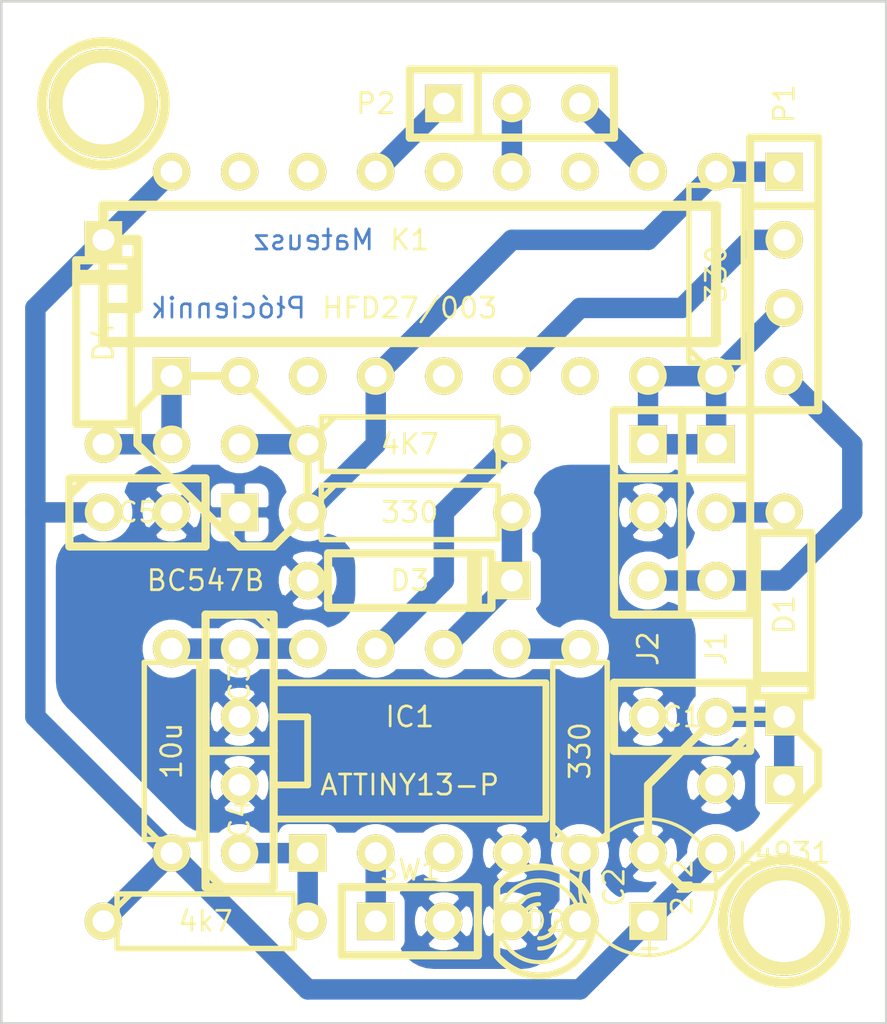
<source format=kicad_pcb>
(kicad_pcb (version 3) (host pcbnew "(2013-04-19 BZR 4011)-stable")

  (general
    (links 46)
    (no_connects 0)
    (area 25.349999 25.349999 58.470001 63.550001)
    (thickness 1.6)
    (drawings 6)
    (tracks 52)
    (zones 0)
    (modules 26)
    (nets 21)
  )

  (page A4)
  (layers
    (15 Gorna signal)
    (0 Dolna signal)
    (17 Kleju_Gorna user)
    (19 Pasty_Gorna user)
    (21 Opisowa_Gorna user)
    (23 Maski_Gorna user)
    (28 Krawedziowa user)
  )

  (setup
    (last_trace_width 0.762)
    (trace_clearance 0.381)
    (zone_clearance 0.381)
    (zone_45_only no)
    (trace_min 0.254)
    (segment_width 0.2)
    (edge_width 0.1)
    (via_size 0.889)
    (via_drill 0.635)
    (via_min_size 0.889)
    (via_min_drill 0.508)
    (uvia_size 0.508)
    (uvia_drill 0.127)
    (uvias_allowed no)
    (uvia_min_size 0.508)
    (uvia_min_drill 0.127)
    (pcb_text_width 0.3)
    (pcb_text_size 1.5 1.5)
    (mod_edge_width 0.15)
    (mod_text_size 0.75 0.75)
    (mod_text_width 0.1)
    (pad_size 1.397 1.397)
    (pad_drill 0.8128)
    (pad_to_mask_clearance 0)
    (aux_axis_origin 0 0)
    (visible_elements 7FFFFFBF)
    (pcbplotparams
      (layerselection 3178497)
      (usegerberextensions false)
      (excludeedgelayer true)
      (linewidth 152400)
      (plotframeref false)
      (viasonmask false)
      (mode 1)
      (useauxorigin false)
      (hpglpennumber 1)
      (hpglpenspeed 20)
      (hpglpendiameter 15)
      (hpglpenoverlay 2)
      (psnegative false)
      (psa4output false)
      (plotreference true)
      (plotvalue true)
      (plotothertext true)
      (plotinvisibletext false)
      (padsonsilk false)
      (subtractmaskfromsilk false)
      (outputformat 1)
      (mirror false)
      (drillshape 0)
      (scaleselection 1)
      (outputdirectory ""))
  )

  (net 0 "")
  (net 1 +5V)
  (net 2 GND)
  (net 3 N-000001)
  (net 4 N-0000010)
  (net 5 N-0000013)
  (net 6 N-0000014)
  (net 7 N-0000017)
  (net 8 N-0000018)
  (net 9 N-000002)
  (net 10 N-0000020)
  (net 11 N-000005)
  (net 12 N-000006)
  (net 13 N-000007)
  (net 14 N-000008)
  (net 15 N-000009)
  (net 16 RELAY)
  (net 17 TOR_S)
  (net 18 TOR_Z1)
  (net 19 TOR_Z2)
  (net 20 TRIG)

  (net_class Default "To jest domyślna klasa połączeń."
    (clearance 0.381)
    (trace_width 0.762)
    (via_dia 0.889)
    (via_drill 0.635)
    (uvia_dia 0.508)
    (uvia_drill 0.127)
    (add_net "")
    (add_net +5V)
    (add_net GND)
    (add_net N-000001)
    (add_net N-0000010)
    (add_net N-0000013)
    (add_net N-0000014)
    (add_net N-0000017)
    (add_net N-0000018)
    (add_net N-000002)
    (add_net N-0000020)
    (add_net N-000005)
    (add_net N-000006)
    (add_net N-000007)
    (add_net N-000008)
    (add_net N-000009)
    (add_net RELAY)
    (add_net TOR_S)
    (add_net TOR_Z1)
    (add_net TOR_Z2)
    (add_net TRIG)
  )

  (module R3 (layer Gorna) (tedit 51F44D06) (tstamp 51F4DBBF)
    (at 33.02 59.69)
    (descr "Resitance 3 pas")
    (tags R)
    (path /51920651)
    (autoplace_cost180 10)
    (fp_text reference R2 (at 0 0) (layer Opisowa_Gorna) hide
      (effects (font (size 0.75 0.75) (thickness 0.1)))
    )
    (fp_text value 4k7 (at 0 0) (layer Opisowa_Gorna)
      (effects (font (size 0.75 0.75) (thickness 0.1)))
    )
    (fp_line (start -3.81 0) (end -3.302 0) (layer Opisowa_Gorna) (width 0.2032))
    (fp_line (start 3.81 0) (end 3.302 0) (layer Opisowa_Gorna) (width 0.2032))
    (fp_line (start 3.302 0) (end 3.302 -1.016) (layer Opisowa_Gorna) (width 0.2032))
    (fp_line (start 3.302 -1.016) (end -3.302 -1.016) (layer Opisowa_Gorna) (width 0.2032))
    (fp_line (start -3.302 -1.016) (end -3.302 1.016) (layer Opisowa_Gorna) (width 0.2032))
    (fp_line (start -3.302 1.016) (end 3.302 1.016) (layer Opisowa_Gorna) (width 0.2032))
    (fp_line (start 3.302 1.016) (end 3.302 0) (layer Opisowa_Gorna) (width 0.2032))
    (fp_line (start -3.302 -0.508) (end -2.794 -1.016) (layer Opisowa_Gorna) (width 0.2032))
    (pad 1 thru_hole circle (at -3.81 0) (size 1.397 1.397) (drill 0.8128)
      (layers *.Cu *.Mask Opisowa_Gorna)
      (net 1 +5V)
    )
    (pad 2 thru_hole circle (at 3.81 0) (size 1.397 1.397) (drill 0.8128)
      (layers *.Cu *.Mask Opisowa_Gorna)
      (net 10 N-0000020)
    )
    (model discret/resistor.wrl
      (at (xyz 0 0 0))
      (scale (xyz 0.3 0.3 0.3))
      (rotate (xyz 0 0 0))
    )
  )

  (module R3 (layer Gorna) (tedit 51F44E0C) (tstamp 51922124)
    (at 40.64 44.45)
    (descr "Resitance 3 pas")
    (tags R)
    (path /5191331A)
    (autoplace_cost180 10)
    (fp_text reference R4 (at 0 0) (layer Opisowa_Gorna) hide
      (effects (font (size 0.75 0.75) (thickness 0.1)))
    )
    (fp_text value 330 (at 0 0) (layer Opisowa_Gorna)
      (effects (font (size 0.75 0.75) (thickness 0.1)))
    )
    (fp_line (start -3.81 0) (end -3.302 0) (layer Opisowa_Gorna) (width 0.2032))
    (fp_line (start 3.81 0) (end 3.302 0) (layer Opisowa_Gorna) (width 0.2032))
    (fp_line (start 3.302 0) (end 3.302 -1.016) (layer Opisowa_Gorna) (width 0.2032))
    (fp_line (start 3.302 -1.016) (end -3.302 -1.016) (layer Opisowa_Gorna) (width 0.2032))
    (fp_line (start -3.302 -1.016) (end -3.302 1.016) (layer Opisowa_Gorna) (width 0.2032))
    (fp_line (start -3.302 1.016) (end 3.302 1.016) (layer Opisowa_Gorna) (width 0.2032))
    (fp_line (start 3.302 1.016) (end 3.302 0) (layer Opisowa_Gorna) (width 0.2032))
    (fp_line (start -3.302 -0.508) (end -2.794 -1.016) (layer Opisowa_Gorna) (width 0.2032))
    (pad 1 thru_hole circle (at -3.81 0) (size 1.397 1.397) (drill 0.8128)
      (layers *.Cu *.Mask Opisowa_Gorna)
      (net 17 TOR_S)
    )
    (pad 2 thru_hole circle (at 3.81 0) (size 1.397 1.397) (drill 0.8128)
      (layers *.Cu *.Mask Opisowa_Gorna)
      (net 20 TRIG)
    )
    (model discret/resistor.wrl
      (at (xyz 0 0 0))
      (scale (xyz 0.3 0.3 0.3))
      (rotate (xyz 0 0 0))
    )
  )

  (module R3 (layer Gorna) (tedit 51F4C234) (tstamp 52066D4D)
    (at 40.64 41.91)
    (descr "Resitance 3 pas")
    (tags R)
    (path /51911BBF)
    (autoplace_cost180 10)
    (fp_text reference R5 (at 0 0) (layer Opisowa_Gorna) hide
      (effects (font (size 0.75 0.75) (thickness 0.1)))
    )
    (fp_text value 4K7 (at 0 0) (layer Opisowa_Gorna)
      (effects (font (size 0.75 0.75) (thickness 0.1)))
    )
    (fp_line (start -3.81 0) (end -3.302 0) (layer Opisowa_Gorna) (width 0.2032))
    (fp_line (start 3.81 0) (end 3.302 0) (layer Opisowa_Gorna) (width 0.2032))
    (fp_line (start 3.302 0) (end 3.302 -1.016) (layer Opisowa_Gorna) (width 0.2032))
    (fp_line (start 3.302 -1.016) (end -3.302 -1.016) (layer Opisowa_Gorna) (width 0.2032))
    (fp_line (start -3.302 -1.016) (end -3.302 1.016) (layer Opisowa_Gorna) (width 0.2032))
    (fp_line (start -3.302 1.016) (end 3.302 1.016) (layer Opisowa_Gorna) (width 0.2032))
    (fp_line (start 3.302 1.016) (end 3.302 0) (layer Opisowa_Gorna) (width 0.2032))
    (fp_line (start -3.302 -0.508) (end -2.794 -1.016) (layer Opisowa_Gorna) (width 0.2032))
    (pad 1 thru_hole circle (at -3.81 0) (size 1.397 1.397) (drill 0.8128)
      (layers *.Cu *.Mask Opisowa_Gorna)
      (net 6 N-0000014)
    )
    (pad 2 thru_hole circle (at 3.81 0) (size 1.397 1.397) (drill 0.8128)
      (layers *.Cu *.Mask Opisowa_Gorna)
      (net 16 RELAY)
    )
    (model discret/resistor.wrl
      (at (xyz 0 0 0))
      (scale (xyz 0.3 0.3 0.3))
      (rotate (xyz 0 0 0))
    )
  )

  (module R3 (layer Gorna) (tedit 51F44F9C) (tstamp 5192BBBB)
    (at 52.07 35.56 90)
    (descr "Resitance 3 pas")
    (tags R)
    (path /5191223B)
    (autoplace_cost180 10)
    (fp_text reference R3 (at 0 0 90) (layer Opisowa_Gorna) hide
      (effects (font (size 0.75 0.75) (thickness 0.1)))
    )
    (fp_text value 330 (at 0 0 90) (layer Opisowa_Gorna)
      (effects (font (size 0.75 0.75) (thickness 0.1)))
    )
    (fp_line (start -3.81 0) (end -3.302 0) (layer Opisowa_Gorna) (width 0.2032))
    (fp_line (start 3.81 0) (end 3.302 0) (layer Opisowa_Gorna) (width 0.2032))
    (fp_line (start 3.302 0) (end 3.302 -1.016) (layer Opisowa_Gorna) (width 0.2032))
    (fp_line (start 3.302 -1.016) (end -3.302 -1.016) (layer Opisowa_Gorna) (width 0.2032))
    (fp_line (start -3.302 -1.016) (end -3.302 1.016) (layer Opisowa_Gorna) (width 0.2032))
    (fp_line (start -3.302 1.016) (end 3.302 1.016) (layer Opisowa_Gorna) (width 0.2032))
    (fp_line (start 3.302 1.016) (end 3.302 0) (layer Opisowa_Gorna) (width 0.2032))
    (fp_line (start -3.302 -0.508) (end -2.794 -1.016) (layer Opisowa_Gorna) (width 0.2032))
    (pad 1 thru_hole circle (at -3.81 0 90) (size 1.397 1.397) (drill 0.8128)
      (layers *.Cu *.Mask Opisowa_Gorna)
      (net 18 TOR_Z1)
    )
    (pad 2 thru_hole circle (at 3.81 0 90) (size 1.397 1.397) (drill 0.8128)
      (layers *.Cu *.Mask Opisowa_Gorna)
      (net 17 TOR_S)
    )
    (model discret/resistor.wrl
      (at (xyz 0 0 0))
      (scale (xyz 0.3 0.3 0.3))
      (rotate (xyz 0 0 0))
    )
  )

  (module R3 (layer Gorna) (tedit 51F4C8BA) (tstamp 52077BD8)
    (at 46.99 53.34 90)
    (descr "Resitance 3 pas")
    (tags R)
    (path /5191279A)
    (autoplace_cost180 10)
    (fp_text reference R1 (at 0 0 90) (layer Opisowa_Gorna) hide
      (effects (font (size 0.75 0.75) (thickness 0.1)))
    )
    (fp_text value 330 (at 0 0 90) (layer Opisowa_Gorna)
      (effects (font (size 0.75 0.75) (thickness 0.1)))
    )
    (fp_line (start -3.81 0) (end -3.302 0) (layer Opisowa_Gorna) (width 0.2032))
    (fp_line (start 3.81 0) (end 3.302 0) (layer Opisowa_Gorna) (width 0.2032))
    (fp_line (start 3.302 0) (end 3.302 -1.016) (layer Opisowa_Gorna) (width 0.2032))
    (fp_line (start 3.302 -1.016) (end -3.302 -1.016) (layer Opisowa_Gorna) (width 0.2032))
    (fp_line (start -3.302 -1.016) (end -3.302 1.016) (layer Opisowa_Gorna) (width 0.2032))
    (fp_line (start -3.302 1.016) (end 3.302 1.016) (layer Opisowa_Gorna) (width 0.2032))
    (fp_line (start 3.302 1.016) (end 3.302 0) (layer Opisowa_Gorna) (width 0.2032))
    (fp_line (start -3.302 -0.508) (end -2.794 -1.016) (layer Opisowa_Gorna) (width 0.2032))
    (pad 1 thru_hole circle (at -3.81 0 90) (size 1.397 1.397) (drill 0.8128)
      (layers *.Cu *.Mask Opisowa_Gorna)
      (net 3 N-000001)
    )
    (pad 2 thru_hole circle (at 3.81 0 90) (size 1.397 1.397) (drill 0.8128)
      (layers *.Cu *.Mask Opisowa_Gorna)
      (net 7 N-0000017)
    )
    (model discret/resistor.wrl
      (at (xyz 0 0 0))
      (scale (xyz 0.3 0.3 0.3))
      (rotate (xyz 0 0 0))
    )
  )

  (module LED-3MM (layer Gorna) (tedit 51F56422) (tstamp 51F4BEAB)
    (at 45.72 59.69 180)
    (descr "LED 3mm - Lead pitch 100mil (2,54mm)")
    (tags "LED led 3mm 3MM 100mil 2,54mm")
    (path /519127B7)
    (fp_text reference D2 (at 0 0 180) (layer Opisowa_Gorna)
      (effects (font (size 0.75 0.75) (thickness 0.1)))
    )
    (fp_text value LED (at 0 0 180) (layer Opisowa_Gorna) hide
      (effects (font (size 0.75 0.75) (thickness 0.1)))
    )
    (fp_line (start 1.8288 1.27) (end 1.8288 -1.27) (layer Opisowa_Gorna) (width 0.254))
    (fp_arc (start 0.254 0) (end -1.27 0) (angle 39.8) (layer Opisowa_Gorna) (width 0.1524))
    (fp_arc (start 0.254 0) (end -0.88392 1.01092) (angle 41.6) (layer Opisowa_Gorna) (width 0.1524))
    (fp_arc (start 0.254 0) (end 1.4097 -0.9906) (angle 40.6) (layer Opisowa_Gorna) (width 0.1524))
    (fp_arc (start 0.254 0) (end 1.778 0) (angle 39.8) (layer Opisowa_Gorna) (width 0.1524))
    (fp_arc (start 0.254 0) (end 0.254 -1.524) (angle 54.4) (layer Opisowa_Gorna) (width 0.1524))
    (fp_arc (start 0.254 0) (end -0.9652 -0.9144) (angle 53.1) (layer Opisowa_Gorna) (width 0.1524))
    (fp_arc (start 0.254 0) (end 1.45542 0.93472) (angle 52.1) (layer Opisowa_Gorna) (width 0.1524))
    (fp_arc (start 0.254 0) (end 0.254 1.524) (angle 52.1) (layer Opisowa_Gorna) (width 0.1524))
    (fp_arc (start 0.254 0) (end -0.381 0) (angle 90) (layer Opisowa_Gorna) (width 0.1524))
    (fp_arc (start 0.254 0) (end -0.762 0) (angle 90) (layer Opisowa_Gorna) (width 0.1524))
    (fp_arc (start 0.254 0) (end 0.889 0) (angle 90) (layer Opisowa_Gorna) (width 0.1524))
    (fp_arc (start 0.254 0) (end 1.27 0) (angle 90) (layer Opisowa_Gorna) (width 0.1524))
    (fp_arc (start 0.254 0) (end 0.254 -2.032) (angle 50.1) (layer Opisowa_Gorna) (width 0.254))
    (fp_arc (start 0.254 0) (end -1.5367 -0.95504) (angle 61.9) (layer Opisowa_Gorna) (width 0.254))
    (fp_arc (start 0.254 0) (end 1.8034 1.31064) (angle 49.7) (layer Opisowa_Gorna) (width 0.254))
    (fp_arc (start 0.254 0) (end 0.254 2.032) (angle 60.2) (layer Opisowa_Gorna) (width 0.254))
    (fp_arc (start 0.254 0) (end -1.778 0) (angle 28.3) (layer Opisowa_Gorna) (width 0.254))
    (fp_arc (start 0.254 0) (end -1.47574 1.06426) (angle 31.6) (layer Opisowa_Gorna) (width 0.254))
    (pad 1 thru_hole circle (at -1.27 0 180) (size 1.397 1.397) (drill 0.8128)
      (layers *.Cu *.Mask Opisowa_Gorna)
      (net 3 N-000001)
    )
    (pad 2 thru_hole circle (at 1.27 0 180) (size 1.397 1.397) (drill 0.8128)
      (layers *.Cu *.Mask Opisowa_Gorna)
      (net 2 GND)
    )
    (model discret/leds/led3_vertical_verde.wrl
      (at (xyz 0 0 0))
      (scale (xyz 1 1 1))
      (rotate (xyz 0 0 0))
    )
  )

  (module DIP-8__300 (layer Gorna) (tedit 51926473) (tstamp 51922188)
    (at 40.64 53.34)
    (descr "8 pins DIL package, round pads")
    (tags DIL)
    (path /5190F8D9)
    (fp_text reference IC1 (at 0 -1.27) (layer Opisowa_Gorna)
      (effects (font (size 0.75 0.75) (thickness 0.1)))
    )
    (fp_text value ATTINY13-P (at 0 1.27) (layer Opisowa_Gorna)
      (effects (font (size 0.75 0.75) (thickness 0.1)))
    )
    (fp_line (start -5.08 -1.27) (end -3.81 -1.27) (layer Opisowa_Gorna) (width 0.254))
    (fp_line (start -3.81 -1.27) (end -3.81 1.27) (layer Opisowa_Gorna) (width 0.254))
    (fp_line (start -3.81 1.27) (end -5.08 1.27) (layer Opisowa_Gorna) (width 0.254))
    (fp_line (start -5.08 -2.54) (end 5.08 -2.54) (layer Opisowa_Gorna) (width 0.254))
    (fp_line (start 5.08 -2.54) (end 5.08 2.54) (layer Opisowa_Gorna) (width 0.254))
    (fp_line (start 5.08 2.54) (end -5.08 2.54) (layer Opisowa_Gorna) (width 0.254))
    (fp_line (start -5.08 2.54) (end -5.08 -2.54) (layer Opisowa_Gorna) (width 0.254))
    (pad 1 thru_hole rect (at -3.81 3.81) (size 1.397 1.397) (drill 0.8128)
      (layers *.Cu *.Mask Opisowa_Gorna)
      (net 10 N-0000020)
    )
    (pad 2 thru_hole circle (at -1.27 3.81) (size 1.397 1.397) (drill 0.8128)
      (layers *.Cu *.Mask Opisowa_Gorna)
      (net 9 N-000002)
    )
    (pad 3 thru_hole circle (at 1.27 3.81) (size 1.397 1.397) (drill 0.8128)
      (layers *.Cu *.Mask Opisowa_Gorna)
    )
    (pad 4 thru_hole circle (at 3.81 3.81) (size 1.397 1.397) (drill 0.8128)
      (layers *.Cu *.Mask Opisowa_Gorna)
      (net 2 GND)
    )
    (pad 5 thru_hole circle (at 3.81 -3.81) (size 1.397 1.397) (drill 0.8128)
      (layers *.Cu *.Mask Opisowa_Gorna)
      (net 7 N-0000017)
    )
    (pad 6 thru_hole circle (at 1.27 -3.81) (size 1.397 1.397) (drill 0.8128)
      (layers *.Cu *.Mask Opisowa_Gorna)
      (net 20 TRIG)
    )
    (pad 7 thru_hole circle (at -1.27 -3.81) (size 1.397 1.397) (drill 0.8128)
      (layers *.Cu *.Mask Opisowa_Gorna)
      (net 16 RELAY)
    )
    (pad 8 thru_hole circle (at -3.81 -3.81) (size 1.397 1.397) (drill 0.8128)
      (layers *.Cu *.Mask Opisowa_Gorna)
      (net 8 N-0000018)
    )
    (model dil/dil_8.wrl
      (at (xyz 0 0 0))
      (scale (xyz 1 1 1))
      (rotate (xyz 0 0 0))
    )
  )

  (module D3 (layer Gorna) (tedit 200000) (tstamp 52067731)
    (at 40.64 46.99)
    (descr "Diode 3 pas")
    (tags "DIODE DEV")
    (path /5191227C)
    (fp_text reference D3 (at 0 0) (layer Opisowa_Gorna)
      (effects (font (size 0.75 0.75) (thickness 0.1)))
    )
    (fp_text value 3V3 (at 0 0) (layer Opisowa_Gorna) hide
      (effects (font (size 0.75 0.75) (thickness 0.1)))
    )
    (fp_line (start 3.81 0) (end 3.048 0) (layer Opisowa_Gorna) (width 0.3048))
    (fp_line (start 3.048 0) (end 3.048 -1.016) (layer Opisowa_Gorna) (width 0.3048))
    (fp_line (start 3.048 -1.016) (end -3.048 -1.016) (layer Opisowa_Gorna) (width 0.3048))
    (fp_line (start -3.048 -1.016) (end -3.048 0) (layer Opisowa_Gorna) (width 0.3048))
    (fp_line (start -3.048 0) (end -3.81 0) (layer Opisowa_Gorna) (width 0.3048))
    (fp_line (start -3.048 0) (end -3.048 1.016) (layer Opisowa_Gorna) (width 0.3048))
    (fp_line (start -3.048 1.016) (end 3.048 1.016) (layer Opisowa_Gorna) (width 0.3048))
    (fp_line (start 3.048 1.016) (end 3.048 0) (layer Opisowa_Gorna) (width 0.3048))
    (fp_line (start 2.54 -1.016) (end 2.54 1.016) (layer Opisowa_Gorna) (width 0.3048))
    (fp_line (start 2.286 1.016) (end 2.286 -1.016) (layer Opisowa_Gorna) (width 0.3048))
    (pad 2 thru_hole rect (at 3.81 0) (size 1.397 1.397) (drill 0.8128)
      (layers *.Cu *.Mask Opisowa_Gorna)
      (net 20 TRIG)
    )
    (pad 1 thru_hole circle (at -3.81 0) (size 1.397 1.397) (drill 0.8128)
      (layers *.Cu *.Mask Opisowa_Gorna)
      (net 2 GND)
    )
    (model discret/diode.wrl
      (at (xyz 0 0 0))
      (scale (xyz 0.3 0.3 0.3))
      (rotate (xyz 0 0 0))
    )
  )

  (module D3 (layer Gorna) (tedit 200000) (tstamp 519221C4)
    (at 29.21 38.1 90)
    (descr "Diode 3 pas")
    (tags "DIODE DEV")
    (path /519115CD)
    (fp_text reference D4 (at 0 0 90) (layer Opisowa_Gorna)
      (effects (font (size 0.75 0.75) (thickness 0.1)))
    )
    (fp_text value 1N5817 (at 0 0 90) (layer Opisowa_Gorna) hide
      (effects (font (size 0.75 0.75) (thickness 0.1)))
    )
    (fp_line (start 3.81 0) (end 3.048 0) (layer Opisowa_Gorna) (width 0.3048))
    (fp_line (start 3.048 0) (end 3.048 -1.016) (layer Opisowa_Gorna) (width 0.3048))
    (fp_line (start 3.048 -1.016) (end -3.048 -1.016) (layer Opisowa_Gorna) (width 0.3048))
    (fp_line (start -3.048 -1.016) (end -3.048 0) (layer Opisowa_Gorna) (width 0.3048))
    (fp_line (start -3.048 0) (end -3.81 0) (layer Opisowa_Gorna) (width 0.3048))
    (fp_line (start -3.048 0) (end -3.048 1.016) (layer Opisowa_Gorna) (width 0.3048))
    (fp_line (start -3.048 1.016) (end 3.048 1.016) (layer Opisowa_Gorna) (width 0.3048))
    (fp_line (start 3.048 1.016) (end 3.048 0) (layer Opisowa_Gorna) (width 0.3048))
    (fp_line (start 2.54 -1.016) (end 2.54 1.016) (layer Opisowa_Gorna) (width 0.3048))
    (fp_line (start 2.286 1.016) (end 2.286 -1.016) (layer Opisowa_Gorna) (width 0.3048))
    (pad 2 thru_hole rect (at 3.81 0 90) (size 1.397 1.397) (drill 0.8128)
      (layers *.Cu *.Mask Opisowa_Gorna)
      (net 1 +5V)
    )
    (pad 1 thru_hole circle (at -3.81 0 90) (size 1.397 1.397) (drill 0.8128)
      (layers *.Cu *.Mask Opisowa_Gorna)
      (net 12 N-000006)
    )
    (model discret/diode.wrl
      (at (xyz 0 0 0))
      (scale (xyz 0.3 0.3 0.3))
      (rotate (xyz 0 0 0))
    )
  )

  (module D3 (layer Gorna) (tedit 51F52D2E) (tstamp 52067854)
    (at 54.61 48.26 270)
    (descr "Diode 3 pas")
    (tags "DIODE DEV")
    (path /51910BE5)
    (fp_text reference D1 (at 0 0 270) (layer Opisowa_Gorna)
      (effects (font (size 0.75 0.75) (thickness 0.1)))
    )
    (fp_text value 1N5817 (at 0 0 270) (layer Opisowa_Gorna) hide
      (effects (font (size 0.75 0.75) (thickness 0.1)))
    )
    (fp_line (start 3.81 0) (end 3.048 0) (layer Opisowa_Gorna) (width 0.3048))
    (fp_line (start 3.048 0) (end 3.048 -1.016) (layer Opisowa_Gorna) (width 0.3048))
    (fp_line (start 3.048 -1.016) (end -3.048 -1.016) (layer Opisowa_Gorna) (width 0.3048))
    (fp_line (start -3.048 -1.016) (end -3.048 0) (layer Opisowa_Gorna) (width 0.3048))
    (fp_line (start -3.048 0) (end -3.81 0) (layer Opisowa_Gorna) (width 0.3048))
    (fp_line (start -3.048 0) (end -3.048 1.016) (layer Opisowa_Gorna) (width 0.3048))
    (fp_line (start -3.048 1.016) (end 3.048 1.016) (layer Opisowa_Gorna) (width 0.3048))
    (fp_line (start 3.048 1.016) (end 3.048 0) (layer Opisowa_Gorna) (width 0.3048))
    (fp_line (start 2.54 -1.016) (end 2.54 1.016) (layer Opisowa_Gorna) (width 0.3048))
    (fp_line (start 2.286 1.016) (end 2.286 -1.016) (layer Opisowa_Gorna) (width 0.3048))
    (pad 2 thru_hole rect (at 3.81 0 270) (size 1.397 1.397) (drill 0.8128)
      (layers *.Cu *.Mask Opisowa_Gorna)
      (net 5 N-0000013)
    )
    (pad 1 thru_hole circle (at -3.81 0 270) (size 1.397 1.397) (drill 0.8128)
      (layers *.Cu *.Mask Opisowa_Gorna)
      (net 11 N-000005)
    )
    (model discret/diode.wrl
      (at (xyz 0 0 0))
      (scale (xyz 0.3 0.3 0.3))
      (rotate (xyz 0 0 0))
    )
  )

  (module C1 (layer Gorna) (tedit 51F4CD1B) (tstamp 519221EA)
    (at 50.8 52.07 180)
    (descr "Condensateur e = 1 pas")
    (tags C)
    (path /5191040C)
    (fp_text reference C1 (at 0 0 180) (layer Opisowa_Gorna)
      (effects (font (size 0.75 0.75) (thickness 0.1)))
    )
    (fp_text value 100n (at 0 0 180) (layer Opisowa_Gorna) hide
      (effects (font (size 0.75 0.75) (thickness 0.1)))
    )
    (fp_line (start -2.4892 -1.27) (end 2.54 -1.27) (layer Opisowa_Gorna) (width 0.3048))
    (fp_line (start 2.54 -1.27) (end 2.54 1.27) (layer Opisowa_Gorna) (width 0.3048))
    (fp_line (start 2.54 1.27) (end -2.54 1.27) (layer Opisowa_Gorna) (width 0.3048))
    (fp_line (start -2.54 1.27) (end -2.54 -1.27) (layer Opisowa_Gorna) (width 0.3048))
    (fp_line (start -2.54 -0.635) (end -1.905 -1.27) (layer Opisowa_Gorna) (width 0.3048))
    (pad 1 thru_hole circle (at -1.27 0 180) (size 1.397 1.397) (drill 0.8128)
      (layers *.Cu *.Mask Opisowa_Gorna)
      (net 5 N-0000013)
    )
    (pad 2 thru_hole circle (at 1.27 0 180) (size 1.397 1.397) (drill 0.8128)
      (layers *.Cu *.Mask Opisowa_Gorna)
      (net 2 GND)
    )
    (model discret/capa_1_pas.wrl
      (at (xyz 0 0 0))
      (scale (xyz 1 1 1))
      (rotate (xyz 0 0 0))
    )
  )

  (module C1 (layer Gorna) (tedit 51F44624) (tstamp 519221F5)
    (at 34.29 50.8 270)
    (descr "Condensateur e = 1 pas")
    (tags C)
    (path /5190F99D)
    (fp_text reference C3 (at 0 0 270) (layer Opisowa_Gorna)
      (effects (font (size 0.75 0.75) (thickness 0.1)))
    )
    (fp_text value 100n (at 0 0 270) (layer Opisowa_Gorna) hide
      (effects (font (size 0.75 0.75) (thickness 0.1)))
    )
    (fp_line (start -2.4892 -1.27) (end 2.54 -1.27) (layer Opisowa_Gorna) (width 0.3048))
    (fp_line (start 2.54 -1.27) (end 2.54 1.27) (layer Opisowa_Gorna) (width 0.3048))
    (fp_line (start 2.54 1.27) (end -2.54 1.27) (layer Opisowa_Gorna) (width 0.3048))
    (fp_line (start -2.54 1.27) (end -2.54 -1.27) (layer Opisowa_Gorna) (width 0.3048))
    (fp_line (start -2.54 -0.635) (end -1.905 -1.27) (layer Opisowa_Gorna) (width 0.3048))
    (pad 1 thru_hole circle (at -1.27 0 270) (size 1.397 1.397) (drill 0.8128)
      (layers *.Cu *.Mask Opisowa_Gorna)
      (net 8 N-0000018)
    )
    (pad 2 thru_hole circle (at 1.27 0 270) (size 1.397 1.397) (drill 0.8128)
      (layers *.Cu *.Mask Opisowa_Gorna)
      (net 2 GND)
    )
    (model discret/capa_1_pas.wrl
      (at (xyz 0 0 0))
      (scale (xyz 1 1 1))
      (rotate (xyz 0 0 0))
    )
  )

  (module C1 (layer Gorna) (tedit 51F44CF2) (tstamp 51922200)
    (at 34.29 55.88 90)
    (descr "Condensateur e = 1 pas")
    (tags C)
    (path /51920876)
    (fp_text reference C4 (at 0 0 90) (layer Opisowa_Gorna)
      (effects (font (size 0.75 0.75) (thickness 0.1)))
    )
    (fp_text value 100n (at 0 0 90) (layer Opisowa_Gorna) hide
      (effects (font (size 0.75 0.75) (thickness 0.1)))
    )
    (fp_line (start -2.4892 -1.27) (end 2.54 -1.27) (layer Opisowa_Gorna) (width 0.3048))
    (fp_line (start 2.54 -1.27) (end 2.54 1.27) (layer Opisowa_Gorna) (width 0.3048))
    (fp_line (start 2.54 1.27) (end -2.54 1.27) (layer Opisowa_Gorna) (width 0.3048))
    (fp_line (start -2.54 1.27) (end -2.54 -1.27) (layer Opisowa_Gorna) (width 0.3048))
    (fp_line (start -2.54 -0.635) (end -1.905 -1.27) (layer Opisowa_Gorna) (width 0.3048))
    (pad 1 thru_hole circle (at -1.27 0 90) (size 1.397 1.397) (drill 0.8128)
      (layers *.Cu *.Mask Opisowa_Gorna)
      (net 10 N-0000020)
    )
    (pad 2 thru_hole circle (at 1.27 0 90) (size 1.397 1.397) (drill 0.8128)
      (layers *.Cu *.Mask Opisowa_Gorna)
      (net 2 GND)
    )
    (model discret/capa_1_pas.wrl
      (at (xyz 0 0 0))
      (scale (xyz 1 1 1))
      (rotate (xyz 0 0 0))
    )
  )

  (module C1 (layer Gorna) (tedit 51F44AC0) (tstamp 52066D69)
    (at 30.48 44.45)
    (descr "Condensateur e = 1 pas")
    (tags C)
    (path /51920E1C)
    (fp_text reference C5 (at 0 0) (layer Opisowa_Gorna)
      (effects (font (size 0.75 0.75) (thickness 0.1)))
    )
    (fp_text value 100n (at 0 0) (layer Opisowa_Gorna) hide
      (effects (font (size 0.75 0.75) (thickness 0.1)))
    )
    (fp_line (start -2.4892 -1.27) (end 2.54 -1.27) (layer Opisowa_Gorna) (width 0.3048))
    (fp_line (start 2.54 -1.27) (end 2.54 1.27) (layer Opisowa_Gorna) (width 0.3048))
    (fp_line (start 2.54 1.27) (end -2.54 1.27) (layer Opisowa_Gorna) (width 0.3048))
    (fp_line (start -2.54 1.27) (end -2.54 -1.27) (layer Opisowa_Gorna) (width 0.3048))
    (fp_line (start -2.54 -0.635) (end -1.905 -1.27) (layer Opisowa_Gorna) (width 0.3048))
    (pad 1 thru_hole circle (at -1.27 0) (size 1.397 1.397) (drill 0.8128)
      (layers *.Cu *.Mask Opisowa_Gorna)
      (net 1 +5V)
    )
    (pad 2 thru_hole circle (at 1.27 0) (size 1.397 1.397) (drill 0.8128)
      (layers *.Cu *.Mask Opisowa_Gorna)
      (net 2 GND)
    )
    (model discret/capa_1_pas.wrl
      (at (xyz 0 0 0))
      (scale (xyz 1 1 1))
      (rotate (xyz 0 0 0))
    )
  )

  (module C1V5 (layer Gorna) (tedit 52077A81) (tstamp 5207B5B4)
    (at 49.53 58.42 90)
    (descr "Condensateur e = 1 pas")
    (tags C)
    (path /51910439)
    (fp_text reference C2 (at 0 -1.26746 90) (layer Opisowa_Gorna)
      (effects (font (size 0.75 0.75) (thickness 0.1)))
    )
    (fp_text value 2u2 (at 0 1.27 90) (layer Opisowa_Gorna)
      (effects (font (size 0.75 0.75) (thickness 0.1)))
    )
    (fp_text user + (at -2.286 0 90) (layer Opisowa_Gorna)
      (effects (font (size 0.75 0.75) (thickness 0.1)))
    )
    (fp_circle (center 0 0) (end 0.127 -2.54) (layer Opisowa_Gorna) (width 0.127))
    (pad 1 thru_hole rect (at -1.27 0 90) (size 1.397 1.397) (drill 0.8128)
      (layers *.Cu *.Mask Opisowa_Gorna)
      (net 1 +5V)
    )
    (pad 2 thru_hole circle (at 1.27 0 90) (size 1.397 1.397) (drill 0.8128)
      (layers *.Cu *.Mask Opisowa_Gorna)
      (net 2 GND)
    )
    (model discret/c_vert_c1v5.wrl
      (at (xyz 0 0 0))
      (scale (xyz 1 1 1))
      (rotate (xyz 0 0 0))
    )
  )

  (module R3 (layer Gorna) (tedit 51F458DD) (tstamp 51F545B7)
    (at 31.75 53.34 90)
    (descr "Resitance 3 pas")
    (tags R)
    (path /51F42536)
    (autoplace_cost180 10)
    (fp_text reference L1 (at 0 0.127 90) (layer Opisowa_Gorna) hide
      (effects (font (size 0.75 0.75) (thickness 0.1)))
    )
    (fp_text value 10u (at 0 0 90) (layer Opisowa_Gorna)
      (effects (font (size 0.75 0.75) (thickness 0.1)))
    )
    (fp_line (start -3.81 0) (end -3.302 0) (layer Opisowa_Gorna) (width 0.2032))
    (fp_line (start 3.81 0) (end 3.302 0) (layer Opisowa_Gorna) (width 0.2032))
    (fp_line (start 3.302 0) (end 3.302 -1.016) (layer Opisowa_Gorna) (width 0.2032))
    (fp_line (start 3.302 -1.016) (end -3.302 -1.016) (layer Opisowa_Gorna) (width 0.2032))
    (fp_line (start -3.302 -1.016) (end -3.302 1.016) (layer Opisowa_Gorna) (width 0.2032))
    (fp_line (start -3.302 1.016) (end 3.302 1.016) (layer Opisowa_Gorna) (width 0.2032))
    (fp_line (start 3.302 1.016) (end 3.302 0) (layer Opisowa_Gorna) (width 0.2032))
    (fp_line (start -3.302 -0.508) (end -2.794 -1.016) (layer Opisowa_Gorna) (width 0.2032))
    (pad 1 thru_hole circle (at -3.81 0 90) (size 1.397 1.397) (drill 0.8128)
      (layers *.Cu *.Mask Opisowa_Gorna)
      (net 1 +5V)
    )
    (pad 2 thru_hole circle (at 3.81 0 90) (size 1.397 1.397) (drill 0.8128)
      (layers *.Cu *.Mask Opisowa_Gorna)
      (net 8 N-0000018)
    )
    (model discret/resistor.wrl
      (at (xyz 0 0 0))
      (scale (xyz 0.3 0.3 0.3))
      (rotate (xyz 0 0 0))
    )
  )

  (module TO92 (layer Gorna) (tedit 5207B55E) (tstamp 52066D5D)
    (at 33.02 43.18 270)
    (descr "Transistor TO92 brochage type BC237")
    (tags "TR TO92")
    (path /51F42904)
    (fp_text reference Q1 (at -1.27 3.81 270) (layer Opisowa_Gorna) hide
      (effects (font (size 0.75 0.75) (thickness 0.1)))
    )
    (fp_text value BC547B (at 3.81 0 360) (layer Opisowa_Gorna)
      (effects (font (size 0.75 0.75) (thickness 0.1)))
    )
    (fp_line (start -1.27 2.54) (end 2.54 -1.27) (layer Opisowa_Gorna) (width 0.3048))
    (fp_line (start 2.54 -1.27) (end 2.54 -2.54) (layer Opisowa_Gorna) (width 0.3048))
    (fp_line (start 2.54 -2.54) (end 1.27 -3.81) (layer Opisowa_Gorna) (width 0.3048))
    (fp_line (start 1.27 -3.81) (end -1.27 -3.81) (layer Opisowa_Gorna) (width 0.3048))
    (fp_line (start -1.27 -3.81) (end -3.81 -1.27) (layer Opisowa_Gorna) (width 0.3048))
    (fp_line (start -3.81 -1.27) (end -3.81 1.27) (layer Opisowa_Gorna) (width 0.3048))
    (fp_line (start -3.81 1.27) (end -2.54 2.54) (layer Opisowa_Gorna) (width 0.3048))
    (fp_line (start -2.54 2.54) (end -1.27 2.54) (layer Opisowa_Gorna) (width 0.3048))
    (pad 1 thru_hole rect (at 1.27 -1.27 270) (size 1.397 1.397) (drill 0.8128)
      (layers *.Cu *.Mask Opisowa_Gorna)
      (net 2 GND)
    )
    (pad 2 thru_hole circle (at -1.27 -1.27 270) (size 1.397 1.397) (drill 0.8128)
      (layers *.Cu *.Mask Opisowa_Gorna)
      (net 6 N-0000014)
    )
    (pad 3 thru_hole circle (at -1.27 1.27 270) (size 1.397 1.397) (drill 0.8128)
      (layers *.Cu *.Mask Opisowa_Gorna)
      (net 12 N-000006)
    )
    (model discret/to98.wrl
      (at (xyz 0 0 0))
      (scale (xyz 1 1 1))
      (rotate (xyz 0 0 0))
    )
  )

  (module DIP-16__300 (layer Gorna) (tedit 51F50362) (tstamp 519245CE)
    (at 40.64 35.56)
    (descr "16 pins DIL package, round pads")
    (tags DIL)
    (path /51F528B1)
    (fp_text reference K1 (at 0 -1.27) (layer Opisowa_Gorna)
      (effects (font (size 0.75 0.75) (thickness 0.1)))
    )
    (fp_text value HFD27/003 (at 0 1.27) (layer Opisowa_Gorna)
      (effects (font (size 0.75 0.75) (thickness 0.1)))
    )
    (fp_line (start -11.43 -1.27) (end -11.43 -1.27) (layer Opisowa_Gorna) (width 0.381))
    (fp_line (start -11.43 -1.27) (end -10.16 -1.27) (layer Opisowa_Gorna) (width 0.381))
    (fp_line (start -10.16 -1.27) (end -10.16 1.27) (layer Opisowa_Gorna) (width 0.381))
    (fp_line (start -10.16 1.27) (end -11.43 1.27) (layer Opisowa_Gorna) (width 0.381))
    (fp_line (start -11.43 -2.54) (end 11.43 -2.54) (layer Opisowa_Gorna) (width 0.381))
    (fp_line (start 11.43 -2.54) (end 11.43 2.54) (layer Opisowa_Gorna) (width 0.381))
    (fp_line (start 11.43 2.54) (end -11.43 2.54) (layer Opisowa_Gorna) (width 0.381))
    (fp_line (start -11.43 2.54) (end -11.43 -2.54) (layer Opisowa_Gorna) (width 0.381))
    (pad 1 thru_hole rect (at -8.89 3.81) (size 1.397 1.397) (drill 0.8128)
      (layers *.Cu *.Mask Opisowa_Gorna)
      (net 12 N-000006)
    )
    (pad 2 thru_hole circle (at -6.35 3.81) (size 1.397 1.397) (drill 0.8128)
      (layers *.Cu *.Mask Opisowa_Gorna)
    )
    (pad 3 thru_hole circle (at -3.81 3.81) (size 1.397 1.397) (drill 0.8128)
      (layers *.Cu *.Mask Opisowa_Gorna)
    )
    (pad 4 thru_hole circle (at -1.27 3.81) (size 1.397 1.397) (drill 0.8128)
      (layers *.Cu *.Mask Opisowa_Gorna)
      (net 17 TOR_S)
    )
    (pad 5 thru_hole circle (at 1.27 3.81) (size 1.397 1.397) (drill 0.8128)
      (layers *.Cu *.Mask Opisowa_Gorna)
    )
    (pad 6 thru_hole circle (at 3.81 3.81) (size 1.397 1.397) (drill 0.8128)
      (layers *.Cu *.Mask Opisowa_Gorna)
      (net 14 N-000008)
    )
    (pad 7 thru_hole circle (at 6.35 3.81) (size 1.397 1.397) (drill 0.8128)
      (layers *.Cu *.Mask Opisowa_Gorna)
    )
    (pad 8 thru_hole circle (at 8.89 3.81) (size 1.397 1.397) (drill 0.8128)
      (layers *.Cu *.Mask Opisowa_Gorna)
      (net 18 TOR_Z1)
    )
    (pad 9 thru_hole circle (at 8.89 -3.81) (size 1.397 1.397) (drill 0.8128)
      (layers *.Cu *.Mask Opisowa_Gorna)
      (net 4 N-0000010)
    )
    (pad 10 thru_hole circle (at 6.35 -3.81) (size 1.397 1.397) (drill 0.8128)
      (layers *.Cu *.Mask Opisowa_Gorna)
    )
    (pad 11 thru_hole circle (at 3.81 -3.81) (size 1.397 1.397) (drill 0.8128)
      (layers *.Cu *.Mask Opisowa_Gorna)
      (net 13 N-000007)
    )
    (pad 12 thru_hole circle (at 1.27 -3.81) (size 1.397 1.397) (drill 0.8128)
      (layers *.Cu *.Mask Opisowa_Gorna)
    )
    (pad 13 thru_hole circle (at -1.27 -3.81) (size 1.397 1.397) (drill 0.8128)
      (layers *.Cu *.Mask Opisowa_Gorna)
      (net 15 N-000009)
    )
    (pad 14 thru_hole circle (at -3.81 -3.81) (size 1.397 1.397) (drill 0.8128)
      (layers *.Cu *.Mask Opisowa_Gorna)
    )
    (pad 15 thru_hole circle (at -6.35 -3.81) (size 1.397 1.397) (drill 0.8128)
      (layers *.Cu *.Mask Opisowa_Gorna)
    )
    (pad 16 thru_hole circle (at -8.89 -3.81) (size 1.397 1.397) (drill 0.8128)
      (layers *.Cu *.Mask Opisowa_Gorna)
      (net 1 +5V)
    )
    (model dil/dil_16.wrl
      (at (xyz 0 0 0))
      (scale (xyz 1 1 1))
      (rotate (xyz 0 0 0))
    )
  )

  (module SIL-2 (layer Gorna) (tedit 51F50336) (tstamp 51F4BE91)
    (at 40.64 59.69)
    (descr "Connecteurs 2 pins")
    (tags "CONN DEV")
    (path /51912891)
    (fp_text reference SW1 (at 0 -1.905) (layer Opisowa_Gorna)
      (effects (font (size 0.75 0.75) (thickness 0.1)))
    )
    (fp_text value SW_PUSH (at 0 -2.54) (layer Opisowa_Gorna) hide
      (effects (font (size 0.75 0.75) (thickness 0.1)))
    )
    (fp_line (start -2.54 1.27) (end -2.54 -1.27) (layer Opisowa_Gorna) (width 0.3048))
    (fp_line (start -2.54 -1.27) (end 2.54 -1.27) (layer Opisowa_Gorna) (width 0.3048))
    (fp_line (start 2.54 -1.27) (end 2.54 1.27) (layer Opisowa_Gorna) (width 0.3048))
    (fp_line (start 2.54 1.27) (end -2.54 1.27) (layer Opisowa_Gorna) (width 0.3048))
    (pad 1 thru_hole rect (at -1.27 0) (size 1.397 1.397) (drill 0.8128)
      (layers *.Cu *.Mask Opisowa_Gorna)
      (net 9 N-000002)
    )
    (pad 2 thru_hole circle (at 1.27 0) (size 1.397 1.397) (drill 0.8128)
      (layers *.Cu *.Mask Opisowa_Gorna)
      (net 2 GND)
    )
    (model pin_array/pins_array_2x1.wrl
      (at (xyz 0 0 0))
      (scale (xyz 1 1 1))
      (rotate (xyz 0 0 0))
    )
  )

  (module LM78XX-TO92 (layer Gorna) (tedit 52764D8B) (tstamp 51F4E495)
    (at 53.34 55.88)
    (descr 7805)
    (tags "TR TO92")
    (path /5191038E)
    (fp_text reference U1 (at 1.27 1.27) (layer Opisowa_Gorna) hide
      (effects (font (size 0.75 0.75) (thickness 0.1)))
    )
    (fp_text value L4931 (at 1.27 1.27) (layer Opisowa_Gorna)
      (effects (font (size 0.75 0.75) (thickness 0.1)))
    )
    (fp_line (start -1.27 2.54) (end 2.54 -1.27) (layer Opisowa_Gorna) (width 0.3048))
    (fp_line (start 2.54 -1.27) (end 2.54 -2.54) (layer Opisowa_Gorna) (width 0.3048))
    (fp_line (start 2.54 -2.54) (end 1.27 -3.81) (layer Opisowa_Gorna) (width 0.3048))
    (fp_line (start 1.27 -3.81) (end -1.27 -3.81) (layer Opisowa_Gorna) (width 0.3048))
    (fp_line (start -1.27 -3.81) (end -3.81 -1.27) (layer Opisowa_Gorna) (width 0.3048))
    (fp_line (start -3.81 -1.27) (end -3.81 1.27) (layer Opisowa_Gorna) (width 0.3048))
    (fp_line (start -3.81 1.27) (end -2.54 2.54) (layer Opisowa_Gorna) (width 0.3048))
    (fp_line (start -2.54 2.54) (end -1.27 2.54) (layer Opisowa_Gorna) (width 0.3048))
    (pad VI thru_hole rect (at 1.27 -1.27) (size 1.397 1.397) (drill 0.8128)
      (layers *.Cu *.Mask Opisowa_Gorna)
      (net 5 N-0000013)
    )
    (pad GND thru_hole circle (at -1.27 -1.27) (size 1.397 1.397) (drill 0.8128)
      (layers *.Cu *.Mask Opisowa_Gorna)
      (net 2 GND)
    )
    (pad VO thru_hole circle (at -1.27 1.27) (size 1.397 1.397) (drill 0.8128)
      (layers *.Cu *.Mask Opisowa_Gorna)
      (net 1 +5V)
    )
    (model discret/to98.wrl
      (at (xyz 0 0 0))
      (scale (xyz 1 1 1))
      (rotate (xyz 0 0 0))
    )
  )

  (module SIL-3 (layer Gorna) (tedit 51F52D25) (tstamp 5206766E)
    (at 52.07 44.45 270)
    (descr "Connecteur 3 pins")
    (tags "CONN DEV")
    (path /51F4D807)
    (fp_text reference J1 (at 5.08 0 270) (layer Opisowa_Gorna)
      (effects (font (size 0.75 0.75) (thickness 0.1)))
    )
    (fp_text value CONN_3 (at 0 -2.54 270) (layer Opisowa_Gorna) hide
      (effects (font (size 0.75 0.75) (thickness 0.1)))
    )
    (fp_line (start -3.81 1.27) (end -3.81 -1.27) (layer Opisowa_Gorna) (width 0.3048))
    (fp_line (start -3.81 -1.27) (end 3.81 -1.27) (layer Opisowa_Gorna) (width 0.3048))
    (fp_line (start 3.81 -1.27) (end 3.81 1.27) (layer Opisowa_Gorna) (width 0.3048))
    (fp_line (start 3.81 1.27) (end -3.81 1.27) (layer Opisowa_Gorna) (width 0.3048))
    (fp_line (start -1.27 -1.27) (end -1.27 1.27) (layer Opisowa_Gorna) (width 0.3048))
    (pad 1 thru_hole rect (at -2.54 0 270) (size 1.397 1.397) (drill 0.8128)
      (layers *.Cu *.Mask Opisowa_Gorna)
      (net 18 TOR_Z1)
    )
    (pad 2 thru_hole circle (at 0 0 270) (size 1.397 1.397) (drill 0.8128)
      (layers *.Cu *.Mask Opisowa_Gorna)
      (net 11 N-000005)
    )
    (pad 3 thru_hole circle (at 2.54 0 270) (size 1.397 1.397) (drill 0.8128)
      (layers *.Cu *.Mask Opisowa_Gorna)
      (net 19 TOR_Z2)
    )
    (model pin_array/pins_array_3x1.wrl
      (at (xyz 0 0 0))
      (scale (xyz 1 1 1))
      (rotate (xyz 0 0 0))
    )
  )

  (module SIL-3 (layer Gorna) (tedit 51F52D2B) (tstamp 52067843)
    (at 49.53 44.45 270)
    (descr "Connecteur 3 pins")
    (tags "CONN DEV")
    (path /51F4D814)
    (fp_text reference J2 (at 5.08 0 270) (layer Opisowa_Gorna)
      (effects (font (size 0.75 0.75) (thickness 0.1)))
    )
    (fp_text value CONN_3 (at 0 -2.54 270) (layer Opisowa_Gorna) hide
      (effects (font (size 0.75 0.75) (thickness 0.1)))
    )
    (fp_line (start -3.81 1.27) (end -3.81 -1.27) (layer Opisowa_Gorna) (width 0.3048))
    (fp_line (start -3.81 -1.27) (end 3.81 -1.27) (layer Opisowa_Gorna) (width 0.3048))
    (fp_line (start 3.81 -1.27) (end 3.81 1.27) (layer Opisowa_Gorna) (width 0.3048))
    (fp_line (start 3.81 1.27) (end -3.81 1.27) (layer Opisowa_Gorna) (width 0.3048))
    (fp_line (start -1.27 -1.27) (end -1.27 1.27) (layer Opisowa_Gorna) (width 0.3048))
    (pad 1 thru_hole rect (at -2.54 0 270) (size 1.397 1.397) (drill 0.8128)
      (layers *.Cu *.Mask Opisowa_Gorna)
      (net 18 TOR_Z1)
    )
    (pad 2 thru_hole circle (at 0 0 270) (size 1.397 1.397) (drill 0.8128)
      (layers *.Cu *.Mask Opisowa_Gorna)
      (net 2 GND)
    )
    (pad 3 thru_hole circle (at 2.54 0 270) (size 1.397 1.397) (drill 0.8128)
      (layers *.Cu *.Mask Opisowa_Gorna)
      (net 19 TOR_Z2)
    )
    (model pin_array/pins_array_3x1.wrl
      (at (xyz 0 0 0))
      (scale (xyz 1 1 1))
      (rotate (xyz 0 0 0))
    )
  )

  (module SIL-4 (layer Gorna) (tedit 51F52B5F) (tstamp 519220FA)
    (at 54.61 35.56 270)
    (descr "Connecteur 4 pibs")
    (tags "CONN DEV")
    (path /51F4D4BB)
    (fp_text reference P1 (at -6.35 0 270) (layer Opisowa_Gorna)
      (effects (font (size 0.75 0.75) (thickness 0.1)))
    )
    (fp_text value CONN_4 (at 0 -2.54 270) (layer Opisowa_Gorna) hide
      (effects (font (size 0.75 0.75) (thickness 0.1)))
    )
    (fp_line (start -5.08 -1.27) (end -5.08 -1.27) (layer Opisowa_Gorna) (width 0.3048))
    (fp_line (start -5.08 1.27) (end -5.08 -1.27) (layer Opisowa_Gorna) (width 0.3048))
    (fp_line (start -5.08 -1.27) (end -5.08 -1.27) (layer Opisowa_Gorna) (width 0.3048))
    (fp_line (start -5.08 -1.27) (end 5.08 -1.27) (layer Opisowa_Gorna) (width 0.3048))
    (fp_line (start 5.08 -1.27) (end 5.08 1.27) (layer Opisowa_Gorna) (width 0.3048))
    (fp_line (start 5.08 1.27) (end -5.08 1.27) (layer Opisowa_Gorna) (width 0.3048))
    (fp_line (start -2.54 1.27) (end -2.54 -1.27) (layer Opisowa_Gorna) (width 0.3048))
    (pad 1 thru_hole rect (at -3.81 0 270) (size 1.397 1.397) (drill 0.8128)
      (layers *.Cu *.Mask Opisowa_Gorna)
      (net 17 TOR_S)
    )
    (pad 2 thru_hole circle (at -1.27 0 270) (size 1.397 1.397) (drill 0.8128)
      (layers *.Cu *.Mask Opisowa_Gorna)
      (net 14 N-000008)
    )
    (pad 3 thru_hole circle (at 1.27 0 270) (size 1.397 1.397) (drill 0.8128)
      (layers *.Cu *.Mask Opisowa_Gorna)
      (net 18 TOR_Z1)
    )
    (pad 4 thru_hole circle (at 3.81 0 270) (size 1.397 1.397) (drill 0.8128)
      (layers *.Cu *.Mask Opisowa_Gorna)
      (net 19 TOR_Z2)
    )
    (model pin_array/pins_array_4x1.wrl
      (at (xyz 0 0 0))
      (scale (xyz 1 1 1))
      (rotate (xyz 0 0 0))
    )
  )

  (module 1pin (layer Gorna) (tedit 51F52C69) (tstamp 51F54C76)
    (at 54.61 59.69)
    (descr "module 1 pin (ou trou mecanique de percage)")
    (tags DEV)
    (path 1pin)
    (fp_text reference M2 (at 0 -3.048) (layer Opisowa_Gorna) hide
      (effects (font (size 0.75 0.75) (thickness 0.1)))
    )
    (fp_text value P*** (at 0 2.794) (layer Opisowa_Gorna) hide
      (effects (font (size 0.75 0.75) (thickness 0.1)))
    )
    (fp_circle (center 0 0) (end 0 -2.286) (layer Opisowa_Gorna) (width 0.381))
    (pad 1 thru_hole circle (at 0 0) (size 4.064 4.064) (drill 3.048)
      (layers *.Cu *.Mask Opisowa_Gorna)
    )
  )

  (module 1pin (layer Gorna) (tedit 51F5029E) (tstamp 51F54C9C)
    (at 29.21 29.21)
    (descr "module 1 pin (ou trou mecanique de percage)")
    (tags DEV)
    (path 1pin)
    (fp_text reference M1 (at 0 -3.048) (layer Opisowa_Gorna) hide
      (effects (font (size 0.75 0.75) (thickness 0.1)))
    )
    (fp_text value P*** (at 0 2.794) (layer Opisowa_Gorna) hide
      (effects (font (size 0.75 0.75) (thickness 0.1)))
    )
    (fp_circle (center 0 0) (end 0 -2.286) (layer Opisowa_Gorna) (width 0.381))
    (pad 1 thru_hole circle (at 0 0) (size 4.064 4.064) (drill 3.048)
      (layers *.Cu *.Mask Opisowa_Gorna)
    )
  )

  (module SIL-3 (layer Gorna) (tedit 51F52B5A) (tstamp 51F52B20)
    (at 44.45 29.21)
    (descr "Connecteur 3 pins")
    (tags "CONN DEV")
    (path /51F52B2B)
    (fp_text reference P2 (at -5.08 0) (layer Opisowa_Gorna)
      (effects (font (size 0.75 0.75) (thickness 0.1)))
    )
    (fp_text value CONN_3 (at 0 -2.54) (layer Opisowa_Gorna) hide
      (effects (font (size 0.75 0.75) (thickness 0.1)))
    )
    (fp_line (start -3.81 1.27) (end -3.81 -1.27) (layer Opisowa_Gorna) (width 0.3048))
    (fp_line (start -3.81 -1.27) (end 3.81 -1.27) (layer Opisowa_Gorna) (width 0.3048))
    (fp_line (start 3.81 -1.27) (end 3.81 1.27) (layer Opisowa_Gorna) (width 0.3048))
    (fp_line (start 3.81 1.27) (end -3.81 1.27) (layer Opisowa_Gorna) (width 0.3048))
    (fp_line (start -1.27 -1.27) (end -1.27 1.27) (layer Opisowa_Gorna) (width 0.3048))
    (pad 1 thru_hole rect (at -2.54 0) (size 1.397 1.397) (drill 0.8128)
      (layers *.Cu *.Mask Opisowa_Gorna)
      (net 15 N-000009)
    )
    (pad 2 thru_hole circle (at 0 0) (size 1.397 1.397) (drill 0.8128)
      (layers *.Cu *.Mask Opisowa_Gorna)
      (net 13 N-000007)
    )
    (pad 3 thru_hole circle (at 2.54 0) (size 1.397 1.397) (drill 0.8128)
      (layers *.Cu *.Mask Opisowa_Gorna)
      (net 4 N-0000010)
    )
    (model pin_array/pins_array_3x1.wrl
      (at (xyz 0 0 0))
      (scale (xyz 1 1 1))
      (rotate (xyz 0 0 0))
    )
  )

  (gr_text Mateusz (at 39.37 34.29) (layer Dolna)
    (effects (font (size 0.75 0.75) (thickness 0.1)) (justify left mirror))
  )
  (gr_line (start 58.42 63.5) (end 25.4 63.5) (angle 90) (layer Krawedziowa) (width 0.1))
  (gr_line (start 25.4 25.4) (end 58.42 25.4) (angle 90) (layer Krawedziowa) (width 0.1))
  (gr_line (start 25.4 25.4) (end 25.4 63.5) (angle 90) (layer Krawedziowa) (width 0.1))
  (gr_line (start 58.42 63.5) (end 58.42 25.4) (angle 90) (layer Krawedziowa) (width 0.1))
  (gr_text Płóciennik (at 36.83 36.83) (layer Dolna)
    (effects (font (size 0.75 0.75) (thickness 0.1)) (justify left mirror))
  )

  (segment (start 52.07 57.15) (end 49.53 59.69) (width 0.762) (layer Dolna) (net 1))
  (segment (start 31.75 57.15) (end 36.83 62.23) (width 0.762) (layer Dolna) (net 1))
  (segment (start 46.99 62.23) (end 49.53 59.69) (width 0.762) (layer Dolna) (net 1) (tstamp 5207ABD4))
  (segment (start 36.83 62.23) (end 46.99 62.23) (width 0.762) (layer Dolna) (net 1) (tstamp 5207ABD2))
  (segment (start 26.67 44.45) (end 26.67 52.07) (width 0.762) (layer Dolna) (net 1))
  (segment (start 26.67 52.07) (end 31.75 57.15) (width 0.762) (layer Dolna) (net 1) (tstamp 5207ABCC))
  (segment (start 29.21 34.29) (end 26.67 36.83) (width 0.762) (layer Dolna) (net 1))
  (segment (start 26.67 44.45) (end 29.21 44.45) (width 0.762) (layer Dolna) (net 1) (tstamp 5207ABC1))
  (segment (start 26.67 36.83) (end 26.67 44.45) (width 0.762) (layer Dolna) (net 1) (tstamp 5207ABBC))
  (segment (start 29.21 59.69) (end 31.75 57.15) (width 0.762) (layer Dolna) (net 1))
  (segment (start 31.75 31.75) (end 29.21 34.29) (width 0.762) (layer Dolna) (net 1))
  (segment (start 46.99 57.15) (end 46.99 59.69) (width 0.762) (layer Dolna) (net 3))
  (segment (start 49.53 31.75) (end 46.99 29.21) (width 0.762) (layer Dolna) (net 4))
  (segment (start 54.61 52.07) (end 52.07 52.07) (width 0.762) (layer Dolna) (net 5))
  (segment (start 54.61 52.07) (end 54.61 54.61) (width 0.762) (layer Dolna) (net 5))
  (segment (start 36.83 41.91) (end 34.29 41.91) (width 0.762) (layer Dolna) (net 6))
  (segment (start 46.99 49.53) (end 44.45 49.53) (width 0.762) (layer Dolna) (net 7))
  (segment (start 31.75 49.53) (end 34.29 49.53) (width 0.762) (layer Dolna) (net 8))
  (segment (start 34.29 49.53) (end 36.83 49.53) (width 0.762) (layer Dolna) (net 8) (tstamp 5206842F))
  (segment (start 39.37 57.15) (end 39.37 59.69) (width 0.762) (layer Dolna) (net 9))
  (segment (start 36.83 57.15) (end 34.29 57.15) (width 0.762) (layer Dolna) (net 10))
  (segment (start 36.83 59.69) (end 36.83 57.15) (width 0.762) (layer Dolna) (net 10))
  (segment (start 52.07 44.45) (end 54.61 44.45) (width 0.762) (layer Dolna) (net 11))
  (segment (start 31.75 39.37) (end 31.75 41.91) (width 0.762) (layer Dolna) (net 12))
  (segment (start 31.75 41.91) (end 29.21 41.91) (width 0.762) (layer Dolna) (net 12) (tstamp 520681F9))
  (segment (start 44.45 31.75) (end 44.45 29.21) (width 0.762) (layer Dolna) (net 13))
  (segment (start 44.45 39.37) (end 46.99 36.83) (width 0.762) (layer Dolna) (net 14))
  (segment (start 53.34 34.29) (end 54.61 34.29) (width 0.762) (layer Dolna) (net 14) (tstamp 51F54082))
  (segment (start 50.8 36.83) (end 53.34 34.29) (width 0.762) (layer Dolna) (net 14) (tstamp 51F5407D))
  (segment (start 46.99 36.83) (end 50.8 36.83) (width 0.762) (layer Dolna) (net 14) (tstamp 51F54079))
  (segment (start 39.37 31.75) (end 41.91 29.21) (width 0.762) (layer Dolna) (net 15))
  (segment (start 39.37 49.53) (end 41.91 46.99) (width 0.762) (layer Dolna) (net 16))
  (segment (start 41.91 46.99) (end 41.91 44.45) (width 0.762) (layer Dolna) (net 16) (tstamp 5207B244))
  (segment (start 41.91 44.45) (end 44.45 41.91) (width 0.762) (layer Dolna) (net 16) (tstamp 5207AFA7))
  (segment (start 36.83 44.45) (end 39.37 41.91) (width 0.762) (layer Dolna) (net 17))
  (segment (start 39.37 41.91) (end 39.37 39.37) (width 0.762) (layer Dolna) (net 17) (tstamp 520681F4))
  (segment (start 52.07 31.75) (end 49.53 34.29) (width 0.762) (layer Dolna) (net 17))
  (segment (start 44.45 34.29) (end 39.37 39.37) (width 0.762) (layer Dolna) (net 17) (tstamp 51F5292C))
  (segment (start 49.53 34.29) (end 44.45 34.29) (width 0.762) (layer Dolna) (net 17) (tstamp 51F5292B))
  (segment (start 54.61 31.75) (end 52.07 31.75) (width 0.762) (layer Dolna) (net 17))
  (segment (start 52.07 39.37) (end 52.07 41.91) (width 0.762) (layer Dolna) (net 18))
  (segment (start 52.07 41.91) (end 49.53 41.91) (width 0.762) (layer Dolna) (net 18) (tstamp 5206829A))
  (segment (start 49.53 39.37) (end 49.53 41.91) (width 0.762) (layer Dolna) (net 18))
  (segment (start 52.07 39.37) (end 54.61 36.83) (width 0.762) (layer Dolna) (net 18))
  (segment (start 49.53 39.37) (end 52.07 39.37) (width 0.762) (layer Dolna) (net 18))
  (segment (start 54.61 39.37) (end 57.15 41.91) (width 0.762) (layer Dolna) (net 19))
  (segment (start 54.61 46.99) (end 52.07 46.99) (width 0.762) (layer Dolna) (net 19) (tstamp 5207ABEC))
  (segment (start 57.15 44.45) (end 54.61 46.99) (width 0.762) (layer Dolna) (net 19) (tstamp 5207ABE7))
  (segment (start 57.15 41.91) (end 57.15 44.45) (width 0.762) (layer Dolna) (net 19) (tstamp 5207ABE5))
  (segment (start 49.53 46.99) (end 52.07 46.99) (width 0.762) (layer Dolna) (net 19))
  (segment (start 41.91 49.53) (end 44.45 46.99) (width 0.762) (layer Dolna) (net 20))
  (segment (start 44.45 46.99) (end 44.45 44.45) (width 0.762) (layer Dolna) (net 20) (tstamp 5207763D))

  (zone (net 2) (net_name GND) (layer Dolna) (tstamp 5207EF48) (hatch edge 0.508)
    (connect_pads (clearance 0.381))
    (min_thickness 0.127)
    (fill (arc_segments 32) (thermal_gap 0.381) (thermal_bridge_width 0.381) (smoothing fillet) (radius 1.397))
    (polygon
      (pts
        (xy 27.432 45.212) (xy 29.972 45.212) (xy 29.972 42.672) (xy 36.068 42.672) (xy 36.068 45.212)
        (xy 38.608 45.212) (xy 38.608 48.768) (xy 36.068 48.768) (xy 36.068 50.292) (xy 47.752 50.292)
        (xy 47.752 48.768) (xy 45.212 48.768) (xy 45.212 42.672) (xy 51.308 42.672) (xy 51.308 46.228)
        (xy 48.768 46.228) (xy 48.768 47.752) (xy 51.308 47.752) (xy 51.308 52.832) (xy 53.848 52.832)
        (xy 53.848 56.388) (xy 51.308 56.388) (xy 51.308 58.928) (xy 47.752 58.928) (xy 47.752 56.388)
        (xy 46.228 56.388) (xy 46.228 61.468) (xy 40.132 61.468) (xy 40.132 57.912) (xy 42.672 57.912)
        (xy 42.672 56.388) (xy 32.512 56.388) (xy 27.432 51.308)
      )
    )
    (filled_polygon
      (pts
        (xy 53.646295 55.665802) (xy 53.580912 55.788125) (xy 53.430907 55.970907) (xy 53.248125 56.120912) (xy 53.215803 56.138188)
        (xy 53.215803 54.530912) (xy 53.17862 54.309864) (xy 53.099209 54.100248) (xy 53.06813 54.041797) (xy 52.88784 53.971765)
        (xy 52.708235 54.15137) (xy 52.708235 53.79216) (xy 52.638203 53.61187) (xy 52.433512 53.520515) (xy 52.214972 53.470657)
        (xy 51.990912 53.464197) (xy 51.769864 53.50138) (xy 51.560248 53.580791) (xy 51.501797 53.61187) (xy 51.431765 53.79216)
        (xy 52.07 54.430395) (xy 52.708235 53.79216) (xy 52.708235 54.15137) (xy 52.249605 54.61) (xy 52.88784 55.248235)
        (xy 53.06813 55.178203) (xy 53.159485 54.973512) (xy 53.209343 54.754972) (xy 53.215803 54.530912) (xy 53.215803 56.138188)
        (xy 53.03959 56.232377) (xy 52.832151 56.295302) (xy 52.802101 56.265042) (xy 52.708235 56.201728) (xy 52.708235 55.42784)
        (xy 52.07 54.789605) (xy 51.890395 54.96921) (xy 51.890395 54.61) (xy 51.25216 53.971765) (xy 51.07187 54.041797)
        (xy 50.980515 54.246488) (xy 50.930657 54.465028) (xy 50.924197 54.689088) (xy 50.96138 54.910136) (xy 51.040791 55.119752)
        (xy 51.07187 55.178203) (xy 51.25216 55.248235) (xy 51.890395 54.61) (xy 51.890395 54.96921) (xy 51.431765 55.42784)
        (xy 51.501797 55.60813) (xy 51.706488 55.699485) (xy 51.925028 55.749343) (xy 52.149088 55.755803) (xy 52.370136 55.71862)
        (xy 52.579752 55.639209) (xy 52.638203 55.60813) (xy 52.708235 55.42784) (xy 52.708235 56.201728) (xy 52.616269 56.139697)
        (xy 52.40963 56.052834) (xy 52.190054 56.007762) (xy 51.965906 56.006197) (xy 51.745722 56.048199) (xy 51.537891 56.132169)
        (xy 51.350327 56.254907) (xy 51.190175 56.411739) (xy 51.063535 56.596691) (xy 50.975232 56.802719) (xy 50.928628 57.021975)
        (xy 50.927183 57.125382) (xy 50.643258 57.409308) (xy 50.669343 57.294972) (xy 50.675803 57.070912) (xy 50.675803 51.990912)
        (xy 50.63862 51.769864) (xy 50.559209 51.560248) (xy 50.52813 51.501797) (xy 50.34784 51.431765) (xy 50.168235 51.61137)
        (xy 50.168235 51.25216) (xy 50.098203 51.07187) (xy 49.893512 50.980515) (xy 49.674972 50.930657) (xy 49.450912 50.924197)
        (xy 49.229864 50.96138) (xy 49.020248 51.040791) (xy 48.961797 51.07187) (xy 48.891765 51.25216) (xy 49.53 51.890395)
        (xy 50.168235 51.25216) (xy 50.168235 51.61137) (xy 49.709605 52.07) (xy 50.34784 52.708235) (xy 50.52813 52.638203)
        (xy 50.619485 52.433512) (xy 50.669343 52.214972) (xy 50.675803 51.990912) (xy 50.675803 57.070912) (xy 50.63862 56.849864)
        (xy 50.559209 56.640248) (xy 50.52813 56.581797) (xy 50.34784 56.511765) (xy 50.168235 56.69137) (xy 50.168235 56.33216)
        (xy 50.168235 52.88784) (xy 49.53 52.249605) (xy 49.350395 52.42921) (xy 49.350395 52.07) (xy 48.71216 51.431765)
        (xy 48.53187 51.501797) (xy 48.440515 51.706488) (xy 48.390657 51.925028) (xy 48.384197 52.149088) (xy 48.42138 52.370136)
        (xy 48.500791 52.579752) (xy 48.53187 52.638203) (xy 48.71216 52.708235) (xy 49.350395 52.07) (xy 49.350395 52.42921)
        (xy 48.891765 52.88784) (xy 48.961797 53.06813) (xy 49.166488 53.159485) (xy 49.385028 53.209343) (xy 49.609088 53.215803)
        (xy 49.830136 53.17862) (xy 50.039752 53.099209) (xy 50.098203 53.06813) (xy 50.168235 52.88784) (xy 50.168235 56.33216)
        (xy 50.098203 56.15187) (xy 49.893512 56.060515) (xy 49.674972 56.010657) (xy 49.450912 56.004197) (xy 49.229864 56.04138)
        (xy 49.020248 56.120791) (xy 48.961797 56.15187) (xy 48.891765 56.33216) (xy 49.53 56.970395) (xy 50.168235 56.33216)
        (xy 50.168235 56.69137) (xy 49.709605 57.15) (xy 49.723747 57.164142) (xy 49.544142 57.343747) (xy 49.53 57.329605)
        (xy 49.350395 57.50921) (xy 49.350395 57.15) (xy 48.71216 56.511765) (xy 48.53187 56.581797) (xy 48.440515 56.786488)
        (xy 48.390657 57.005028) (xy 48.384197 57.229088) (xy 48.42138 57.450136) (xy 48.500791 57.659752) (xy 48.53187 57.718203)
        (xy 48.71216 57.788235) (xy 49.350395 57.15) (xy 49.350395 57.50921) (xy 48.891765 57.96784) (xy 48.961797 58.14813)
        (xy 49.166488 58.239485) (xy 49.385028 58.289343) (xy 49.609088 58.295803) (xy 49.786627 58.265938) (xy 49.505734 58.546831)
        (xy 48.787915 58.546982) (xy 48.702404 58.563913) (xy 48.621811 58.597132) (xy 48.549205 58.645371) (xy 48.487351 58.706795)
        (xy 48.474197 58.726295) (xy 48.351875 58.660912) (xy 48.169093 58.510907) (xy 48.019088 58.328125) (xy 47.907623 58.11959)
        (xy 47.845251 57.913977) (xy 47.859432 57.900473) (xy 47.988641 57.717307) (xy 48.079813 57.512532) (xy 48.129473 57.293949)
        (xy 48.133049 57.037923) (xy 48.08951 56.818038) (xy 48.004092 56.610798) (xy 47.880047 56.424095) (xy 47.722101 56.265042)
        (xy 47.536269 56.139697) (xy 47.32963 56.052834) (xy 47.110054 56.007762) (xy 46.885906 56.006197) (xy 46.665722 56.048199)
        (xy 46.457891 56.132169) (xy 46.270327 56.254907) (xy 46.110175 56.411739) (xy 45.983535 56.596691) (xy 45.895232 56.802719)
        (xy 45.848628 57.021975) (xy 45.845498 57.246107) (xy 45.885962 57.466578) (xy 45.968479 57.674991) (xy 46.089905 57.863407)
        (xy 46.1645 57.940652) (xy 46.1645 58.89854) (xy 46.110175 58.951739) (xy 45.983535 59.136691) (xy 45.895232 59.342719)
        (xy 45.848628 59.561975) (xy 45.845498 59.786107) (xy 45.885962 60.006578) (xy 45.968479 60.214991) (xy 46.089905 60.403407)
        (xy 46.110249 60.424474) (xy 46.06271 60.581191) (xy 45.939509 60.811683) (xy 45.773709 61.013709) (xy 45.595803 61.159714)
        (xy 45.595803 59.610912) (xy 45.595803 57.070912) (xy 45.55862 56.849864) (xy 45.479209 56.640248) (xy 45.44813 56.581797)
        (xy 45.26784 56.511765) (xy 45.088235 56.69137) (xy 45.088235 56.33216) (xy 45.018203 56.15187) (xy 44.813512 56.060515)
        (xy 44.594972 56.010657) (xy 44.370912 56.004197) (xy 44.149864 56.04138) (xy 43.940248 56.120791) (xy 43.881797 56.15187)
        (xy 43.811765 56.33216) (xy 44.45 56.970395) (xy 45.088235 56.33216) (xy 45.088235 56.69137) (xy 44.629605 57.15)
        (xy 45.26784 57.788235) (xy 45.44813 57.718203) (xy 45.539485 57.513512) (xy 45.589343 57.294972) (xy 45.595803 57.070912)
        (xy 45.595803 59.610912) (xy 45.55862 59.389864) (xy 45.479209 59.180248) (xy 45.44813 59.121797) (xy 45.26784 59.051765)
        (xy 45.088235 59.23137) (xy 45.088235 58.87216) (xy 45.088235 57.96784) (xy 44.45 57.329605) (xy 44.270395 57.50921)
        (xy 44.270395 57.15) (xy 43.63216 56.511765) (xy 43.45187 56.581797) (xy 43.360515 56.786488) (xy 43.310657 57.005028)
        (xy 43.304197 57.229088) (xy 43.34138 57.450136) (xy 43.420791 57.659752) (xy 43.45187 57.718203) (xy 43.63216 57.788235)
        (xy 44.270395 57.15) (xy 44.270395 57.50921) (xy 43.811765 57.96784) (xy 43.881797 58.14813) (xy 44.086488 58.239485)
        (xy 44.305028 58.289343) (xy 44.529088 58.295803) (xy 44.750136 58.25862) (xy 44.959752 58.179209) (xy 45.018203 58.14813)
        (xy 45.088235 57.96784) (xy 45.088235 58.87216) (xy 45.018203 58.69187) (xy 44.813512 58.600515) (xy 44.594972 58.550657)
        (xy 44.370912 58.544197) (xy 44.149864 58.58138) (xy 43.940248 58.660791) (xy 43.881797 58.69187) (xy 43.811765 58.87216)
        (xy 44.45 59.510395) (xy 45.088235 58.87216) (xy 45.088235 59.23137) (xy 44.629605 59.69) (xy 45.26784 60.328235)
        (xy 45.44813 60.258203) (xy 45.539485 60.053512) (xy 45.589343 59.834972) (xy 45.595803 59.610912) (xy 45.595803 61.159714)
        (xy 45.571683 61.179509) (xy 45.341191 61.30271) (xy 45.091093 61.378576) (xy 45.088235 61.378857) (xy 45.088235 60.50784)
        (xy 44.45 59.869605) (xy 44.270395 60.04921) (xy 44.270395 59.69) (xy 43.63216 59.051765) (xy 43.45187 59.121797)
        (xy 43.360515 59.326488) (xy 43.310657 59.545028) (xy 43.304197 59.769088) (xy 43.34138 59.990136) (xy 43.420791 60.199752)
        (xy 43.45187 60.258203) (xy 43.63216 60.328235) (xy 44.270395 59.69) (xy 44.270395 60.04921) (xy 43.811765 60.50784)
        (xy 43.881797 60.68813) (xy 44.086488 60.779485) (xy 44.305028 60.829343) (xy 44.529088 60.835803) (xy 44.750136 60.79862)
        (xy 44.959752 60.719209) (xy 45.018203 60.68813) (xy 45.088235 60.50784) (xy 45.088235 61.378857) (xy 44.82788 61.4045)
        (xy 43.055803 61.4045) (xy 43.055803 59.610912) (xy 43.01862 59.389864) (xy 42.939209 59.180248) (xy 42.90813 59.121797)
        (xy 42.72784 59.051765) (xy 42.548235 59.23137) (xy 42.548235 58.87216) (xy 42.478203 58.69187) (xy 42.273512 58.600515)
        (xy 42.054972 58.550657) (xy 41.830912 58.544197) (xy 41.609864 58.58138) (xy 41.400248 58.660791) (xy 41.341797 58.69187)
        (xy 41.271765 58.87216) (xy 41.91 59.510395) (xy 42.548235 58.87216) (xy 42.548235 59.23137) (xy 42.089605 59.69)
        (xy 42.72784 60.328235) (xy 42.90813 60.258203) (xy 42.999485 60.053512) (xy 43.049343 59.834972) (xy 43.055803 59.610912)
        (xy 43.055803 61.4045) (xy 42.548235 61.4045) (xy 42.548235 60.50784) (xy 41.91 59.869605) (xy 41.730395 60.04921)
        (xy 41.730395 59.69) (xy 41.09216 59.051765) (xy 40.91187 59.121797) (xy 40.820515 59.326488) (xy 40.770657 59.545028)
        (xy 40.764197 59.769088) (xy 40.80138 59.990136) (xy 40.880791 60.199752) (xy 40.91187 60.258203) (xy 41.09216 60.328235)
        (xy 41.730395 59.69) (xy 41.730395 60.04921) (xy 41.271765 60.50784) (xy 41.341797 60.68813) (xy 41.546488 60.779485)
        (xy 41.765028 60.829343) (xy 41.989088 60.835803) (xy 42.210136 60.79862) (xy 42.419752 60.719209) (xy 42.478203 60.68813)
        (xy 42.548235 60.50784) (xy 42.548235 61.4045) (xy 41.53212 61.4045) (xy 41.268907 61.378576) (xy 41.018809 61.30271)
        (xy 40.788317 61.179509) (xy 40.586291 61.013709) (xy 40.420491 60.811683) (xy 40.369419 60.716134) (xy 40.412649 60.673205)
        (xy 40.461395 60.600938) (xy 40.495175 60.520578) (xy 40.512703 60.435188) (xy 40.513311 60.348019) (xy 40.513018 58.947915)
        (xy 40.496087 58.862404) (xy 40.462868 58.781811) (xy 40.414629 58.709205) (xy 40.353205 58.647351) (xy 40.333704 58.634197)
        (xy 40.399088 58.511875) (xy 40.549093 58.329093) (xy 40.731875 58.179088) (xy 40.94041 58.067623) (xy 41.146687 58.005049)
        (xy 41.165615 58.02465) (xy 41.349679 58.152577) (xy 41.555085 58.242317) (xy 41.774009 58.290451) (xy 41.998114 58.295145)
        (xy 42.218862 58.256221) (xy 42.427846 58.175162) (xy 42.617106 58.055054) (xy 42.779432 57.900473) (xy 42.908641 57.717307)
        (xy 42.999813 57.512532) (xy 43.049473 57.293949) (xy 43.053049 57.037923) (xy 43.00951 56.818038) (xy 42.924092 56.610798)
        (xy 42.800047 56.424095) (xy 42.642101 56.265042) (xy 42.456269 56.139697) (xy 42.24963 56.052834) (xy 42.030054 56.007762)
        (xy 41.805906 56.006197) (xy 41.585722 56.048199) (xy 41.377891 56.132169) (xy 41.190327 56.254907) (xy 41.11926 56.3245)
        (xy 40.161145 56.3245) (xy 40.102101 56.265042) (xy 39.916269 56.139697) (xy 39.70963 56.052834) (xy 39.490054 56.007762)
        (xy 39.265906 56.006197) (xy 39.045722 56.048199) (xy 38.837891 56.132169) (xy 38.650327 56.254907) (xy 38.57926 56.3245)
        (xy 37.956502 56.3245) (xy 37.956087 56.322404) (xy 37.922868 56.241811) (xy 37.874629 56.169205) (xy 37.813205 56.107351)
        (xy 37.740938 56.058605) (xy 37.660578 56.024825) (xy 37.575188 56.007297) (xy 37.488019 56.006689) (xy 36.087915 56.006982)
        (xy 36.002404 56.023913) (xy 35.921811 56.057132) (xy 35.849205 56.105371) (xy 35.787351 56.166795) (xy 35.738605 56.239062)
        (xy 35.704825 56.319422) (xy 35.703782 56.3245) (xy 35.435803 56.3245) (xy 35.435803 54.530912) (xy 35.435803 51.990912)
        (xy 35.39862 51.769864) (xy 35.319209 51.560248) (xy 35.28813 51.501797) (xy 35.10784 51.431765) (xy 34.928235 51.61137)
        (xy 34.928235 51.25216) (xy 34.858203 51.07187) (xy 34.653512 50.980515) (xy 34.434972 50.930657) (xy 34.210912 50.924197)
        (xy 33.989864 50.96138) (xy 33.780248 51.040791) (xy 33.721797 51.07187) (xy 33.651765 51.25216) (xy 34.29 51.890395)
        (xy 34.928235 51.25216) (xy 34.928235 51.61137) (xy 34.469605 52.07) (xy 35.10784 52.708235) (xy 35.28813 52.638203)
        (xy 35.379485 52.433512) (xy 35.429343 52.214972) (xy 35.435803 51.990912) (xy 35.435803 54.530912) (xy 35.39862 54.309864)
        (xy 35.319209 54.100248) (xy 35.28813 54.041797) (xy 35.10784 53.971765) (xy 34.928235 54.15137) (xy 34.928235 53.79216)
        (xy 34.928235 52.88784) (xy 34.29 52.249605) (xy 34.110395 52.42921) (xy 34.110395 52.07) (xy 33.47216 51.431765)
        (xy 33.29187 51.501797) (xy 33.200515 51.706488) (xy 33.150657 51.925028) (xy 33.144197 52.149088) (xy 33.18138 52.370136)
        (xy 33.260791 52.579752) (xy 33.29187 52.638203) (xy 33.47216 52.708235) (xy 34.110395 52.07) (xy 34.110395 52.42921)
        (xy 33.651765 52.88784) (xy 33.721797 53.06813) (xy 33.926488 53.159485) (xy 34.145028 53.209343) (xy 34.369088 53.215803)
        (xy 34.590136 53.17862) (xy 34.799752 53.099209) (xy 34.858203 53.06813) (xy 34.928235 52.88784) (xy 34.928235 53.79216)
        (xy 34.858203 53.61187) (xy 34.653512 53.520515) (xy 34.434972 53.470657) (xy 34.210912 53.464197) (xy 33.989864 53.50138)
        (xy 33.780248 53.580791) (xy 33.721797 53.61187) (xy 33.651765 53.79216) (xy 34.29 54.430395) (xy 34.928235 53.79216)
        (xy 34.928235 54.15137) (xy 34.469605 54.61) (xy 35.10784 55.248235) (xy 35.28813 55.178203) (xy 35.379485 54.973512)
        (xy 35.429343 54.754972) (xy 35.435803 54.530912) (xy 35.435803 56.3245) (xy 35.081145 56.3245) (xy 35.022101 56.265042)
        (xy 34.928235 56.201728) (xy 34.928235 55.42784) (xy 34.29 54.789605) (xy 34.110395 54.96921) (xy 34.110395 54.61)
        (xy 33.47216 53.971765) (xy 33.29187 54.041797) (xy 33.200515 54.246488) (xy 33.150657 54.465028) (xy 33.144197 54.689088)
        (xy 33.18138 54.910136) (xy 33.260791 55.119752) (xy 33.29187 55.178203) (xy 33.47216 55.248235) (xy 34.110395 54.61)
        (xy 34.110395 54.96921) (xy 33.651765 55.42784) (xy 33.721797 55.60813) (xy 33.926488 55.699485) (xy 34.145028 55.749343)
        (xy 34.369088 55.755803) (xy 34.590136 55.71862) (xy 34.799752 55.639209) (xy 34.858203 55.60813) (xy 34.928235 55.42784)
        (xy 34.928235 56.201728) (xy 34.836269 56.139697) (xy 34.62963 56.052834) (xy 34.410054 56.007762) (xy 34.185906 56.006197)
        (xy 33.965722 56.048199) (xy 33.757891 56.132169) (xy 33.570327 56.254907) (xy 33.49926 56.3245) (xy 33.093776 56.3245)
        (xy 32.830563 56.298576) (xy 32.580466 56.22271) (xy 32.349974 56.099509) (xy 32.145523 55.931721) (xy 27.888279 51.674477)
        (xy 27.720491 51.470026) (xy 27.59729 51.239534) (xy 27.521424 50.989437) (xy 27.4955 50.726224) (xy 27.4955 46.48512)
        (xy 27.518984 46.246683) (xy 27.587623 46.02041) (xy 27.699088 45.811875) (xy 27.849093 45.629093) (xy 28.031875 45.479088)
        (xy 28.24041 45.367623) (xy 28.446687 45.305049) (xy 28.465615 45.32465) (xy 28.649679 45.452577) (xy 28.855085 45.542317)
        (xy 29.074009 45.590451) (xy 29.298114 45.595145) (xy 29.518862 45.556221) (xy 29.727846 45.475162) (xy 29.917106 45.355054)
        (xy 30.079432 45.200473) (xy 30.208641 45.017307) (xy 30.299813 44.812532) (xy 30.349473 44.593949) (xy 30.353049 44.337923)
        (xy 30.30951 44.118038) (xy 30.224092 43.910798) (xy 30.100047 43.724095) (xy 30.064546 43.688345) (xy 30.127623 43.48041)
        (xy 30.239088 43.271875) (xy 30.389093 43.089093) (xy 30.571875 42.939088) (xy 30.78041 42.827623) (xy 30.986687 42.765049)
        (xy 31.005615 42.78465) (xy 31.189679 42.912577) (xy 31.395085 43.002317) (xy 31.614009 43.050451) (xy 31.838114 43.055145)
        (xy 32.058862 43.016221) (xy 32.267846 42.935162) (xy 32.457106 42.815054) (xy 32.540645 42.7355) (xy 33.498151 42.7355)
        (xy 33.545615 42.78465) (xy 33.729679 42.912577) (xy 33.935085 43.002317) (xy 34.154009 43.050451) (xy 34.378114 43.055145)
        (xy 34.598862 43.016221) (xy 34.807846 42.935162) (xy 34.997106 42.815054) (xy 35.050508 42.764199) (xy 35.25959 42.827623)
        (xy 35.468125 42.939088) (xy 35.650907 43.089093) (xy 35.800912 43.271875) (xy 35.912377 43.48041) (xy 35.975135 43.687296)
        (xy 35.950175 43.711739) (xy 35.823535 43.896691) (xy 35.735232 44.102719) (xy 35.688628 44.321975) (xy 35.685498 44.546107)
        (xy 35.725962 44.766578) (xy 35.808479 44.974991) (xy 35.929905 45.163407) (xy 36.085615 45.32465) (xy 36.269679 45.452577)
        (xy 36.475085 45.542317) (xy 36.694009 45.590451) (xy 36.918114 45.595145) (xy 37.138862 45.556221) (xy 37.347846 45.475162)
        (xy 37.537106 45.355054) (xy 37.590508 45.304199) (xy 37.79959 45.367623) (xy 38.008125 45.479088) (xy 38.190907 45.629093)
        (xy 38.340912 45.811875) (xy 38.452377 46.02041) (xy 38.521016 46.246683) (xy 38.5445 46.48512) (xy 38.5445 47.49488)
        (xy 38.521016 47.733317) (xy 38.452377 47.95959) (xy 38.340912 48.168125) (xy 38.190907 48.350907) (xy 38.008125 48.500912)
        (xy 37.975803 48.518188) (xy 37.975803 46.910912) (xy 37.93862 46.689864) (xy 37.859209 46.480248) (xy 37.82813 46.421797)
        (xy 37.64784 46.351765) (xy 37.468235 46.53137) (xy 37.468235 46.17216) (xy 37.398203 45.99187) (xy 37.193512 45.900515)
        (xy 36.974972 45.850657) (xy 36.750912 45.844197) (xy 36.529864 45.88138) (xy 36.320248 45.960791) (xy 36.261797 45.99187)
        (xy 36.191765 46.17216) (xy 36.83 46.810395) (xy 37.468235 46.17216) (xy 37.468235 46.53137) (xy 37.009605 46.99)
        (xy 37.64784 47.628235) (xy 37.82813 47.558203) (xy 37.919485 47.353512) (xy 37.969343 47.134972) (xy 37.975803 46.910912)
        (xy 37.975803 48.518188) (xy 37.79959 48.612377) (xy 37.592151 48.675302) (xy 37.562101 48.645042) (xy 37.468235 48.581728)
        (xy 37.468235 47.80784) (xy 36.83 47.169605) (xy 36.650395 47.34921) (xy 36.650395 46.99) (xy 36.01216 46.351765)
        (xy 35.83187 46.421797) (xy 35.740515 46.626488) (xy 35.690657 46.845028) (xy 35.684197 47.069088) (xy 35.72138 47.290136)
        (xy 35.800791 47.499752) (xy 35.83187 47.558203) (xy 36.01216 47.628235) (xy 36.650395 46.99) (xy 36.650395 47.34921)
        (xy 36.191765 47.80784) (xy 36.261797 47.98813) (xy 36.466488 48.079485) (xy 36.685028 48.129343) (xy 36.909088 48.135803)
        (xy 37.130136 48.09862) (xy 37.339752 48.019209) (xy 37.398203 47.98813) (xy 37.468235 47.80784) (xy 37.468235 48.581728)
        (xy 37.376269 48.519697) (xy 37.16963 48.432834) (xy 36.950054 48.387762) (xy 36.725906 48.386197) (xy 36.505722 48.428199)
        (xy 36.297891 48.512169) (xy 36.110327 48.634907) (xy 36.03926 48.7045) (xy 35.433018 48.7045) (xy 35.433018 45.192085)
        (xy 35.433018 43.707915) (xy 35.416087 43.622404) (xy 35.382868 43.541811) (xy 35.334629 43.469205) (xy 35.273205 43.407351)
        (xy 35.200938 43.358605) (xy 35.120578 43.324825) (xy 35.035188 43.307297) (xy 34.948019 43.306689) (xy 34.528125 43.307)
        (xy 34.417 43.418125) (xy 34.417 44.323) (xy 35.321875 44.323) (xy 35.433 44.211875) (xy 35.433018 43.707915)
        (xy 35.433018 45.192085) (xy 35.433 44.688125) (xy 35.321875 44.577) (xy 34.417 44.577) (xy 34.417 45.481875)
        (xy 34.528125 45.593) (xy 34.948019 45.593311) (xy 35.035188 45.592703) (xy 35.120578 45.575175) (xy 35.200938 45.541395)
        (xy 35.273205 45.492649) (xy 35.334629 45.430795) (xy 35.382868 45.358189) (xy 35.416087 45.277596) (xy 35.433018 45.192085)
        (xy 35.433018 48.7045) (xy 35.081145 48.7045) (xy 35.022101 48.645042) (xy 34.836269 48.519697) (xy 34.62963 48.432834)
        (xy 34.410054 48.387762) (xy 34.185906 48.386197) (xy 34.163 48.390566) (xy 34.163 45.481875) (xy 34.163 44.577)
        (xy 34.163 44.323) (xy 34.163 43.418125) (xy 34.051875 43.307) (xy 33.631981 43.306689) (xy 33.544812 43.307297)
        (xy 33.459422 43.324825) (xy 33.379062 43.358605) (xy 33.306795 43.407351) (xy 33.245371 43.469205) (xy 33.197132 43.541811)
        (xy 33.163913 43.622404) (xy 33.146982 43.707915) (xy 33.147 44.211875) (xy 33.258125 44.323) (xy 34.163 44.323)
        (xy 34.163 44.577) (xy 33.258125 44.577) (xy 33.147 44.688125) (xy 33.146982 45.192085) (xy 33.163913 45.277596)
        (xy 33.197132 45.358189) (xy 33.245371 45.430795) (xy 33.306795 45.492649) (xy 33.379062 45.541395) (xy 33.459422 45.575175)
        (xy 33.544812 45.592703) (xy 33.631981 45.593311) (xy 34.051875 45.593) (xy 34.163 45.481875) (xy 34.163 48.390566)
        (xy 33.965722 48.428199) (xy 33.757891 48.512169) (xy 33.570327 48.634907) (xy 33.49926 48.7045) (xy 32.895803 48.7045)
        (xy 32.895803 44.370912) (xy 32.85862 44.149864) (xy 32.779209 43.940248) (xy 32.74813 43.881797) (xy 32.56784 43.811765)
        (xy 32.388235 43.99137) (xy 32.388235 43.63216) (xy 32.318203 43.45187) (xy 32.113512 43.360515) (xy 31.894972 43.310657)
        (xy 31.670912 43.304197) (xy 31.449864 43.34138) (xy 31.240248 43.420791) (xy 31.181797 43.45187) (xy 31.111765 43.63216)
        (xy 31.75 44.270395) (xy 32.388235 43.63216) (xy 32.388235 43.99137) (xy 31.929605 44.45) (xy 32.56784 45.088235)
        (xy 32.74813 45.018203) (xy 32.839485 44.813512) (xy 32.889343 44.594972) (xy 32.895803 44.370912) (xy 32.895803 48.7045)
        (xy 32.541145 48.7045) (xy 32.482101 48.645042) (xy 32.388235 48.581728) (xy 32.388235 45.26784) (xy 31.75 44.629605)
        (xy 31.570395 44.80921) (xy 31.570395 44.45) (xy 30.93216 43.811765) (xy 30.75187 43.881797) (xy 30.660515 44.086488)
        (xy 30.610657 44.305028) (xy 30.604197 44.529088) (xy 30.64138 44.750136) (xy 30.720791 44.959752) (xy 30.75187 45.018203)
        (xy 30.93216 45.088235) (xy 31.570395 44.45) (xy 31.570395 44.80921) (xy 31.111765 45.26784) (xy 31.181797 45.44813)
        (xy 31.386488 45.539485) (xy 31.605028 45.589343) (xy 31.829088 45.595803) (xy 32.050136 45.55862) (xy 32.259752 45.479209)
        (xy 32.318203 45.44813) (xy 32.388235 45.26784) (xy 32.388235 48.581728) (xy 32.296269 48.519697) (xy 32.08963 48.432834)
        (xy 31.870054 48.387762) (xy 31.645906 48.386197) (xy 31.425722 48.428199) (xy 31.217891 48.512169) (xy 31.030327 48.634907)
        (xy 30.870175 48.791739) (xy 30.743535 48.976691) (xy 30.655232 49.182719) (xy 30.608628 49.401975) (xy 30.605498 49.626107)
        (xy 30.645962 49.846578) (xy 30.728479 50.054991) (xy 30.849905 50.243407) (xy 31.005615 50.40465) (xy 31.189679 50.532577)
        (xy 31.395085 50.622317) (xy 31.614009 50.670451) (xy 31.838114 50.675145) (xy 32.058862 50.636221) (xy 32.267846 50.555162)
        (xy 32.457106 50.435054) (xy 32.540645 50.3555) (xy 33.498151 50.3555) (xy 33.545615 50.40465) (xy 33.729679 50.532577)
        (xy 33.935085 50.622317) (xy 34.154009 50.670451) (xy 34.378114 50.675145) (xy 34.598862 50.636221) (xy 34.807846 50.555162)
        (xy 34.997106 50.435054) (xy 35.080645 50.3555) (xy 36.038151 50.3555) (xy 36.085615 50.40465) (xy 36.269679 50.532577)
        (xy 36.475085 50.622317) (xy 36.694009 50.670451) (xy 36.918114 50.675145) (xy 37.138862 50.636221) (xy 37.347846 50.555162)
        (xy 37.537106 50.435054) (xy 37.620645 50.3555) (xy 38.578151 50.3555) (xy 38.625615 50.40465) (xy 38.809679 50.532577)
        (xy 39.015085 50.622317) (xy 39.234009 50.670451) (xy 39.458114 50.675145) (xy 39.678862 50.636221) (xy 39.887846 50.555162)
        (xy 40.077106 50.435054) (xy 40.160645 50.3555) (xy 41.118151 50.3555) (xy 41.165615 50.40465) (xy 41.349679 50.532577)
        (xy 41.555085 50.622317) (xy 41.774009 50.670451) (xy 41.998114 50.675145) (xy 42.218862 50.636221) (xy 42.427846 50.555162)
        (xy 42.617106 50.435054) (xy 42.700645 50.3555) (xy 43.658151 50.3555) (xy 43.705615 50.40465) (xy 43.889679 50.532577)
        (xy 44.095085 50.622317) (xy 44.314009 50.670451) (xy 44.538114 50.675145) (xy 44.758862 50.636221) (xy 44.967846 50.555162)
        (xy 45.157106 50.435054) (xy 45.240645 50.3555) (xy 46.198151 50.3555) (xy 46.245615 50.40465) (xy 46.429679 50.532577)
        (xy 46.635085 50.622317) (xy 46.854009 50.670451) (xy 47.078114 50.675145) (xy 47.298862 50.636221) (xy 47.507846 50.555162)
        (xy 47.697106 50.435054) (xy 47.859432 50.280473) (xy 47.988641 50.097307) (xy 48.079813 49.892532) (xy 48.129473 49.673949)
        (xy 48.133049 49.417923) (xy 48.08951 49.198038) (xy 48.004092 48.990798) (xy 47.880047 48.804095) (xy 47.722101 48.645042)
        (xy 47.536269 48.519697) (xy 47.32963 48.432834) (xy 47.110054 48.387762) (xy 46.885906 48.386197) (xy 46.665722 48.428199)
        (xy 46.457891 48.512169) (xy 46.270327 48.634907) (xy 46.228785 48.675586) (xy 46.02041 48.612377) (xy 45.811875 48.500912)
        (xy 45.629093 48.350907) (xy 45.479088 48.168125) (xy 45.413776 48.045936) (xy 45.430795 48.034629) (xy 45.492649 47.973205)
        (xy 45.541395 47.900938) (xy 45.575175 47.820578) (xy 45.592703 47.735188) (xy 45.593311 47.648019) (xy 45.593018 46.247915)
        (xy 45.576087 46.162404) (xy 45.542868 46.081811) (xy 45.494629 46.009205) (xy 45.433205 45.947351) (xy 45.360938 45.898605)
        (xy 45.280578 45.864825) (xy 45.2755 45.863782) (xy 45.2755 45.242308) (xy 45.319432 45.200473) (xy 45.448641 45.017307)
        (xy 45.539813 44.812532) (xy 45.589473 44.593949) (xy 45.593049 44.337923) (xy 45.54951 44.118038) (xy 45.464092 43.910798)
        (xy 45.340047 43.724095) (xy 45.330168 43.714147) (xy 45.37729 43.558809) (xy 45.500491 43.328317) (xy 45.666291 43.126291)
        (xy 45.868317 42.960491) (xy 46.098809 42.83729) (xy 46.348907 42.761424) (xy 46.61212 42.7355) (xy 48.403497 42.7355)
        (xy 48.403913 42.737596) (xy 48.437132 42.818189) (xy 48.485371 42.890795) (xy 48.546795 42.952649) (xy 48.619062 43.001395)
        (xy 48.699422 43.035175) (xy 48.784812 43.052703) (xy 48.871981 43.053311) (xy 50.272085 43.053018) (xy 50.357596 43.036087)
        (xy 50.438189 43.002868) (xy 50.510795 42.954629) (xy 50.556256 42.909484) (xy 50.651683 42.960491) (xy 50.853709 43.126291)
        (xy 51.019509 43.328317) (xy 51.14271 43.558809) (xy 51.18943 43.712826) (xy 51.063535 43.896691) (xy 50.975232 44.102719)
        (xy 50.928628 44.321975) (xy 50.925498 44.546107) (xy 50.965962 44.766578) (xy 51.048479 44.974991) (xy 51.169905 45.163407)
        (xy 51.215702 45.210832) (xy 51.152377 45.41959) (xy 51.040912 45.628125) (xy 50.890907 45.810907) (xy 50.708125 45.960912)
        (xy 50.675803 45.978188) (xy 50.675803 44.370912) (xy 50.63862 44.149864) (xy 50.559209 43.940248) (xy 50.52813 43.881797)
        (xy 50.34784 43.811765) (xy 50.168235 43.99137) (xy 50.168235 43.63216) (xy 50.098203 43.45187) (xy 49.893512 43.360515)
        (xy 49.674972 43.310657) (xy 49.450912 43.304197) (xy 49.229864 43.34138) (xy 49.020248 43.420791) (xy 48.961797 43.45187)
        (xy 48.891765 43.63216) (xy 49.53 44.270395) (xy 50.168235 43.63216) (xy 50.168235 43.99137) (xy 49.709605 44.45)
        (xy 50.34784 45.088235) (xy 50.52813 45.018203) (xy 50.619485 44.813512) (xy 50.669343 44.594972) (xy 50.675803 44.370912)
        (xy 50.675803 45.978188) (xy 50.49959 46.072377) (xy 50.292151 46.135302) (xy 50.262101 46.105042) (xy 50.168235 46.041728)
        (xy 50.168235 45.26784) (xy 49.53 44.629605) (xy 49.350395 44.80921) (xy 49.350395 44.45) (xy 48.71216 43.811765)
        (xy 48.53187 43.881797) (xy 48.440515 44.086488) (xy 48.390657 44.305028) (xy 48.384197 44.529088) (xy 48.42138 44.750136)
        (xy 48.500791 44.959752) (xy 48.53187 45.018203) (xy 48.71216 45.088235) (xy 49.350395 44.45) (xy 49.350395 44.80921)
        (xy 48.891765 45.26784) (xy 48.961797 45.44813) (xy 49.166488 45.539485) (xy 49.385028 45.589343) (xy 49.609088 45.595803)
        (xy 49.830136 45.55862) (xy 50.039752 45.479209) (xy 50.098203 45.44813) (xy 50.168235 45.26784) (xy 50.168235 46.041728)
        (xy 50.076269 45.979697) (xy 49.86963 45.892834) (xy 49.650054 45.847762) (xy 49.425906 45.846197) (xy 49.205722 45.888199)
        (xy 48.997891 45.972169) (xy 48.810327 46.094907) (xy 48.650175 46.251739) (xy 48.523535 46.436691) (xy 48.435232 46.642719)
        (xy 48.388628 46.861975) (xy 48.385498 47.086107) (xy 48.425962 47.306578) (xy 48.508479 47.514991) (xy 48.629905 47.703407)
        (xy 48.785615 47.86465) (xy 48.969679 47.992577) (xy 49.175085 48.082317) (xy 49.394009 48.130451) (xy 49.618114 48.135145)
        (xy 49.838862 48.096221) (xy 50.047846 48.015162) (xy 50.237106 47.895054) (xy 50.290508 47.844199) (xy 50.49959 47.907623)
        (xy 50.708125 48.019088) (xy 50.890907 48.169093) (xy 51.040912 48.351875) (xy 51.152377 48.56041) (xy 51.221016 48.786683)
        (xy 51.2445 49.02512) (xy 51.2445 51.27854) (xy 51.190175 51.331739) (xy 51.063535 51.516691) (xy 50.975232 51.722719)
        (xy 50.928628 51.941975) (xy 50.925498 52.166107) (xy 50.965962 52.386578) (xy 51.048479 52.594991) (xy 51.169905 52.783407)
        (xy 51.325615 52.94465) (xy 51.509679 53.072577) (xy 51.715085 53.162317) (xy 51.934009 53.210451) (xy 52.158114 53.215145)
        (xy 52.378862 53.176221) (xy 52.587846 53.095162) (xy 52.777106 52.975054) (xy 52.830508 52.924199) (xy 53.03959 52.987623)
        (xy 53.248125 53.099088) (xy 53.430907 53.249093) (xy 53.580912 53.431875) (xy 53.646223 53.554063) (xy 53.629205 53.565371)
        (xy 53.567351 53.626795) (xy 53.518605 53.699062) (xy 53.484825 53.779422) (xy 53.467297 53.864812) (xy 53.466689 53.951981)
        (xy 53.466982 55.352085) (xy 53.483913 55.437596) (xy 53.517132 55.518189) (xy 53.565371 55.590795) (xy 53.626795 55.652649)
        (xy 53.646295 55.665802)
      )
    )
  )
)

</source>
